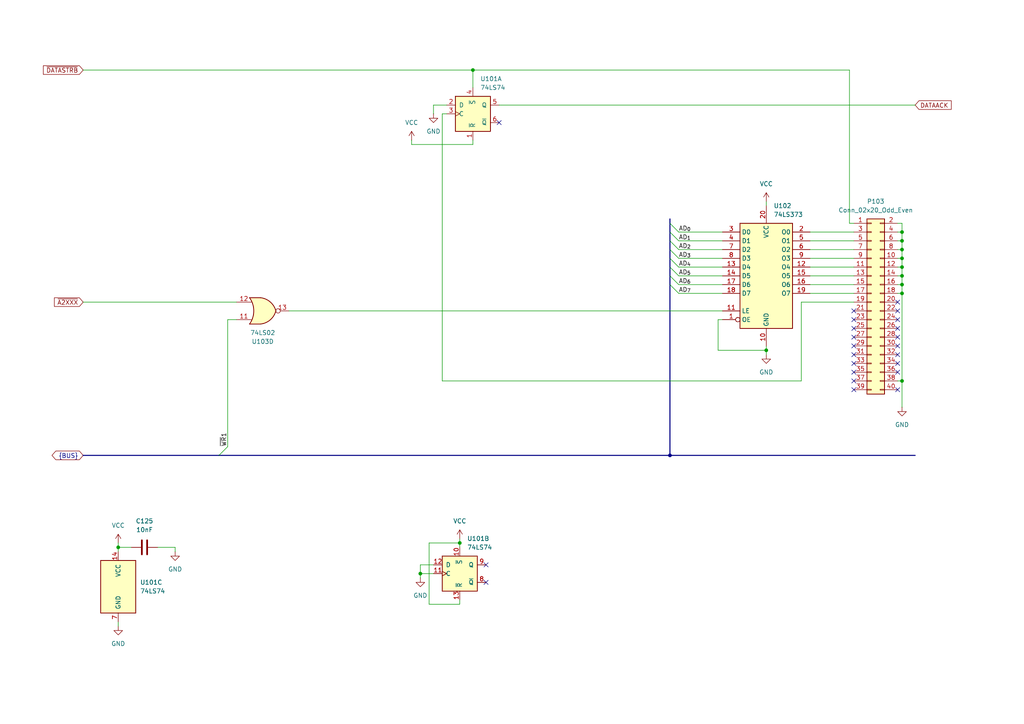
<source format=kicad_sch>
(kicad_sch
	(version 20250114)
	(generator "eeschema")
	(generator_version "9.0")
	(uuid "3c5dc1cf-7199-4287-92b3-5bd52d4db406")
	(paper "A4")
	(lib_symbols
		(symbol "74xx:74LS02"
			(pin_names
				(offset 1.016)
			)
			(exclude_from_sim no)
			(in_bom yes)
			(on_board yes)
			(property "Reference" "U"
				(at 0 1.27 0)
				(effects
					(font
						(size 1.27 1.27)
					)
				)
			)
			(property "Value" "74LS02"
				(at 0 -1.27 0)
				(effects
					(font
						(size 1.27 1.27)
					)
				)
			)
			(property "Footprint" ""
				(at 0 0 0)
				(effects
					(font
						(size 1.27 1.27)
					)
					(hide yes)
				)
			)
			(property "Datasheet" "http://www.ti.com/lit/gpn/sn74ls02"
				(at 0 0 0)
				(effects
					(font
						(size 1.27 1.27)
					)
					(hide yes)
				)
			)
			(property "Description" "quad 2-input NOR gate"
				(at 0 0 0)
				(effects
					(font
						(size 1.27 1.27)
					)
					(hide yes)
				)
			)
			(property "ki_locked" ""
				(at 0 0 0)
				(effects
					(font
						(size 1.27 1.27)
					)
				)
			)
			(property "ki_keywords" "TTL Nor2"
				(at 0 0 0)
				(effects
					(font
						(size 1.27 1.27)
					)
					(hide yes)
				)
			)
			(property "ki_fp_filters" "SO14* DIP*W7.62mm*"
				(at 0 0 0)
				(effects
					(font
						(size 1.27 1.27)
					)
					(hide yes)
				)
			)
			(symbol "74LS02_1_1"
				(arc
					(start -3.81 3.81)
					(mid -2.589 0)
					(end -3.81 -3.81)
					(stroke
						(width 0.254)
						(type default)
					)
					(fill
						(type none)
					)
				)
				(polyline
					(pts
						(xy -3.81 3.81) (xy -0.635 3.81)
					)
					(stroke
						(width 0.254)
						(type default)
					)
					(fill
						(type background)
					)
				)
				(polyline
					(pts
						(xy -3.81 -3.81) (xy -0.635 -3.81)
					)
					(stroke
						(width 0.254)
						(type default)
					)
					(fill
						(type background)
					)
				)
				(arc
					(start 3.81 0)
					(mid 2.1855 -2.584)
					(end -0.6096 -3.81)
					(stroke
						(width 0.254)
						(type default)
					)
					(fill
						(type background)
					)
				)
				(arc
					(start -0.6096 3.81)
					(mid 2.1928 2.5924)
					(end 3.81 0)
					(stroke
						(width 0.254)
						(type default)
					)
					(fill
						(type background)
					)
				)
				(polyline
					(pts
						(xy -0.635 3.81) (xy -3.81 3.81) (xy -3.81 3.81) (xy -3.556 3.4036) (xy -3.0226 2.2606) (xy -2.6924 1.0414)
						(xy -2.6162 -0.254) (xy -2.7686 -1.4986) (xy -3.175 -2.7178) (xy -3.81 -3.81) (xy -3.81 -3.81)
						(xy -0.635 -3.81)
					)
					(stroke
						(width -25.4)
						(type default)
					)
					(fill
						(type background)
					)
				)
				(pin input line
					(at -7.62 2.54 0)
					(length 4.318)
					(name "~"
						(effects
							(font
								(size 1.27 1.27)
							)
						)
					)
					(number "2"
						(effects
							(font
								(size 1.27 1.27)
							)
						)
					)
				)
				(pin input line
					(at -7.62 -2.54 0)
					(length 4.318)
					(name "~"
						(effects
							(font
								(size 1.27 1.27)
							)
						)
					)
					(number "3"
						(effects
							(font
								(size 1.27 1.27)
							)
						)
					)
				)
				(pin output inverted
					(at 7.62 0 180)
					(length 3.81)
					(name "~"
						(effects
							(font
								(size 1.27 1.27)
							)
						)
					)
					(number "1"
						(effects
							(font
								(size 1.27 1.27)
							)
						)
					)
				)
			)
			(symbol "74LS02_1_2"
				(arc
					(start 0 3.81)
					(mid 3.7934 0)
					(end 0 -3.81)
					(stroke
						(width 0.254)
						(type default)
					)
					(fill
						(type background)
					)
				)
				(polyline
					(pts
						(xy 0 3.81) (xy -3.81 3.81) (xy -3.81 -3.81) (xy 0 -3.81)
					)
					(stroke
						(width 0.254)
						(type default)
					)
					(fill
						(type background)
					)
				)
				(pin input inverted
					(at -7.62 2.54 0)
					(length 3.81)
					(name "~"
						(effects
							(font
								(size 1.27 1.27)
							)
						)
					)
					(number "2"
						(effects
							(font
								(size 1.27 1.27)
							)
						)
					)
				)
				(pin input inverted
					(at -7.62 -2.54 0)
					(length 3.81)
					(name "~"
						(effects
							(font
								(size 1.27 1.27)
							)
						)
					)
					(number "3"
						(effects
							(font
								(size 1.27 1.27)
							)
						)
					)
				)
				(pin output line
					(at 7.62 0 180)
					(length 3.81)
					(name "~"
						(effects
							(font
								(size 1.27 1.27)
							)
						)
					)
					(number "1"
						(effects
							(font
								(size 1.27 1.27)
							)
						)
					)
				)
			)
			(symbol "74LS02_2_1"
				(arc
					(start -3.81 3.81)
					(mid -2.589 0)
					(end -3.81 -3.81)
					(stroke
						(width 0.254)
						(type default)
					)
					(fill
						(type none)
					)
				)
				(polyline
					(pts
						(xy -3.81 3.81) (xy -0.635 3.81)
					)
					(stroke
						(width 0.254)
						(type default)
					)
					(fill
						(type background)
					)
				)
				(polyline
					(pts
						(xy -3.81 -3.81) (xy -0.635 -3.81)
					)
					(stroke
						(width 0.254)
						(type default)
					)
					(fill
						(type background)
					)
				)
				(arc
					(start 3.81 0)
					(mid 2.1855 -2.584)
					(end -0.6096 -3.81)
					(stroke
						(width 0.254)
						(type default)
					)
					(fill
						(type background)
					)
				)
				(arc
					(start -0.6096 3.81)
					(mid 2.1928 2.5924)
					(end 3.81 0)
					(stroke
						(width 0.254)
						(type default)
					)
					(fill
						(type background)
					)
				)
				(polyline
					(pts
						(xy -0.635 3.81) (xy -3.81 3.81) (xy -3.81 3.81) (xy -3.556 3.4036) (xy -3.0226 2.2606) (xy -2.6924 1.0414)
						(xy -2.6162 -0.254) (xy -2.7686 -1.4986) (xy -3.175 -2.7178) (xy -3.81 -3.81) (xy -3.81 -3.81)
						(xy -0.635 -3.81)
					)
					(stroke
						(width -25.4)
						(type default)
					)
					(fill
						(type background)
					)
				)
				(pin input line
					(at -7.62 2.54 0)
					(length 4.318)
					(name "~"
						(effects
							(font
								(size 1.27 1.27)
							)
						)
					)
					(number "5"
						(effects
							(font
								(size 1.27 1.27)
							)
						)
					)
				)
				(pin input line
					(at -7.62 -2.54 0)
					(length 4.318)
					(name "~"
						(effects
							(font
								(size 1.27 1.27)
							)
						)
					)
					(number "6"
						(effects
							(font
								(size 1.27 1.27)
							)
						)
					)
				)
				(pin output inverted
					(at 7.62 0 180)
					(length 3.81)
					(name "~"
						(effects
							(font
								(size 1.27 1.27)
							)
						)
					)
					(number "4"
						(effects
							(font
								(size 1.27 1.27)
							)
						)
					)
				)
			)
			(symbol "74LS02_2_2"
				(arc
					(start 0 3.81)
					(mid 3.7934 0)
					(end 0 -3.81)
					(stroke
						(width 0.254)
						(type default)
					)
					(fill
						(type background)
					)
				)
				(polyline
					(pts
						(xy 0 3.81) (xy -3.81 3.81) (xy -3.81 -3.81) (xy 0 -3.81)
					)
					(stroke
						(width 0.254)
						(type default)
					)
					(fill
						(type background)
					)
				)
				(pin input inverted
					(at -7.62 2.54 0)
					(length 3.81)
					(name "~"
						(effects
							(font
								(size 1.27 1.27)
							)
						)
					)
					(number "5"
						(effects
							(font
								(size 1.27 1.27)
							)
						)
					)
				)
				(pin input inverted
					(at -7.62 -2.54 0)
					(length 3.81)
					(name "~"
						(effects
							(font
								(size 1.27 1.27)
							)
						)
					)
					(number "6"
						(effects
							(font
								(size 1.27 1.27)
							)
						)
					)
				)
				(pin output line
					(at 7.62 0 180)
					(length 3.81)
					(name "~"
						(effects
							(font
								(size 1.27 1.27)
							)
						)
					)
					(number "4"
						(effects
							(font
								(size 1.27 1.27)
							)
						)
					)
				)
			)
			(symbol "74LS02_3_1"
				(arc
					(start -3.81 3.81)
					(mid -2.589 0)
					(end -3.81 -3.81)
					(stroke
						(width 0.254)
						(type default)
					)
					(fill
						(type none)
					)
				)
				(polyline
					(pts
						(xy -3.81 3.81) (xy -0.635 3.81)
					)
					(stroke
						(width 0.254)
						(type default)
					)
					(fill
						(type background)
					)
				)
				(polyline
					(pts
						(xy -3.81 -3.81) (xy -0.635 -3.81)
					)
					(stroke
						(width 0.254)
						(type default)
					)
					(fill
						(type background)
					)
				)
				(arc
					(start 3.81 0)
					(mid 2.1855 -2.584)
					(end -0.6096 -3.81)
					(stroke
						(width 0.254)
						(type default)
					)
					(fill
						(type background)
					)
				)
				(arc
					(start -0.6096 3.81)
					(mid 2.1928 2.5924)
					(end 3.81 0)
					(stroke
						(width 0.254)
						(type default)
					)
					(fill
						(type background)
					)
				)
				(polyline
					(pts
						(xy -0.635 3.81) (xy -3.81 3.81) (xy -3.81 3.81) (xy -3.556 3.4036) (xy -3.0226 2.2606) (xy -2.6924 1.0414)
						(xy -2.6162 -0.254) (xy -2.7686 -1.4986) (xy -3.175 -2.7178) (xy -3.81 -3.81) (xy -3.81 -3.81)
						(xy -0.635 -3.81)
					)
					(stroke
						(width -25.4)
						(type default)
					)
					(fill
						(type background)
					)
				)
				(pin input line
					(at -7.62 2.54 0)
					(length 4.318)
					(name "~"
						(effects
							(font
								(size 1.27 1.27)
							)
						)
					)
					(number "8"
						(effects
							(font
								(size 1.27 1.27)
							)
						)
					)
				)
				(pin input line
					(at -7.62 -2.54 0)
					(length 4.318)
					(name "~"
						(effects
							(font
								(size 1.27 1.27)
							)
						)
					)
					(number "9"
						(effects
							(font
								(size 1.27 1.27)
							)
						)
					)
				)
				(pin output inverted
					(at 7.62 0 180)
					(length 3.81)
					(name "~"
						(effects
							(font
								(size 1.27 1.27)
							)
						)
					)
					(number "10"
						(effects
							(font
								(size 1.27 1.27)
							)
						)
					)
				)
			)
			(symbol "74LS02_3_2"
				(arc
					(start 0 3.81)
					(mid 3.7934 0)
					(end 0 -3.81)
					(stroke
						(width 0.254)
						(type default)
					)
					(fill
						(type background)
					)
				)
				(polyline
					(pts
						(xy 0 3.81) (xy -3.81 3.81) (xy -3.81 -3.81) (xy 0 -3.81)
					)
					(stroke
						(width 0.254)
						(type default)
					)
					(fill
						(type background)
					)
				)
				(pin input inverted
					(at -7.62 2.54 0)
					(length 3.81)
					(name "~"
						(effects
							(font
								(size 1.27 1.27)
							)
						)
					)
					(number "8"
						(effects
							(font
								(size 1.27 1.27)
							)
						)
					)
				)
				(pin input inverted
					(at -7.62 -2.54 0)
					(length 3.81)
					(name "~"
						(effects
							(font
								(size 1.27 1.27)
							)
						)
					)
					(number "9"
						(effects
							(font
								(size 1.27 1.27)
							)
						)
					)
				)
				(pin output line
					(at 7.62 0 180)
					(length 3.81)
					(name "~"
						(effects
							(font
								(size 1.27 1.27)
							)
						)
					)
					(number "10"
						(effects
							(font
								(size 1.27 1.27)
							)
						)
					)
				)
			)
			(symbol "74LS02_4_1"
				(arc
					(start -3.81 3.81)
					(mid -2.589 0)
					(end -3.81 -3.81)
					(stroke
						(width 0.254)
						(type default)
					)
					(fill
						(type none)
					)
				)
				(polyline
					(pts
						(xy -3.81 3.81) (xy -0.635 3.81)
					)
					(stroke
						(width 0.254)
						(type default)
					)
					(fill
						(type background)
					)
				)
				(polyline
					(pts
						(xy -3.81 -3.81) (xy -0.635 -3.81)
					)
					(stroke
						(width 0.254)
						(type default)
					)
					(fill
						(type background)
					)
				)
				(arc
					(start 3.81 0)
					(mid 2.1855 -2.584)
					(end -0.6096 -3.81)
					(stroke
						(width 0.254)
						(type default)
					)
					(fill
						(type background)
					)
				)
				(arc
					(start -0.6096 3.81)
					(mid 2.1928 2.5924)
					(end 3.81 0)
					(stroke
						(width 0.254)
						(type default)
					)
					(fill
						(type background)
					)
				)
				(polyline
					(pts
						(xy -0.635 3.81) (xy -3.81 3.81) (xy -3.81 3.81) (xy -3.556 3.4036) (xy -3.0226 2.2606) (xy -2.6924 1.0414)
						(xy -2.6162 -0.254) (xy -2.7686 -1.4986) (xy -3.175 -2.7178) (xy -3.81 -3.81) (xy -3.81 -3.81)
						(xy -0.635 -3.81)
					)
					(stroke
						(width -25.4)
						(type default)
					)
					(fill
						(type background)
					)
				)
				(pin input line
					(at -7.62 2.54 0)
					(length 4.318)
					(name "~"
						(effects
							(font
								(size 1.27 1.27)
							)
						)
					)
					(number "11"
						(effects
							(font
								(size 1.27 1.27)
							)
						)
					)
				)
				(pin input line
					(at -7.62 -2.54 0)
					(length 4.318)
					(name "~"
						(effects
							(font
								(size 1.27 1.27)
							)
						)
					)
					(number "12"
						(effects
							(font
								(size 1.27 1.27)
							)
						)
					)
				)
				(pin output inverted
					(at 7.62 0 180)
					(length 3.81)
					(name "~"
						(effects
							(font
								(size 1.27 1.27)
							)
						)
					)
					(number "13"
						(effects
							(font
								(size 1.27 1.27)
							)
						)
					)
				)
			)
			(symbol "74LS02_4_2"
				(arc
					(start 0 3.81)
					(mid 3.7934 0)
					(end 0 -3.81)
					(stroke
						(width 0.254)
						(type default)
					)
					(fill
						(type background)
					)
				)
				(polyline
					(pts
						(xy 0 3.81) (xy -3.81 3.81) (xy -3.81 -3.81) (xy 0 -3.81)
					)
					(stroke
						(width 0.254)
						(type default)
					)
					(fill
						(type background)
					)
				)
				(pin input inverted
					(at -7.62 2.54 0)
					(length 3.81)
					(name "~"
						(effects
							(font
								(size 1.27 1.27)
							)
						)
					)
					(number "11"
						(effects
							(font
								(size 1.27 1.27)
							)
						)
					)
				)
				(pin input inverted
					(at -7.62 -2.54 0)
					(length 3.81)
					(name "~"
						(effects
							(font
								(size 1.27 1.27)
							)
						)
					)
					(number "12"
						(effects
							(font
								(size 1.27 1.27)
							)
						)
					)
				)
				(pin output line
					(at 7.62 0 180)
					(length 3.81)
					(name "~"
						(effects
							(font
								(size 1.27 1.27)
							)
						)
					)
					(number "13"
						(effects
							(font
								(size 1.27 1.27)
							)
						)
					)
				)
			)
			(symbol "74LS02_5_0"
				(pin power_in line
					(at 0 12.7 270)
					(length 5.08)
					(name "VCC"
						(effects
							(font
								(size 1.27 1.27)
							)
						)
					)
					(number "14"
						(effects
							(font
								(size 1.27 1.27)
							)
						)
					)
				)
				(pin power_in line
					(at 0 -12.7 90)
					(length 5.08)
					(name "GND"
						(effects
							(font
								(size 1.27 1.27)
							)
						)
					)
					(number "7"
						(effects
							(font
								(size 1.27 1.27)
							)
						)
					)
				)
			)
			(symbol "74LS02_5_1"
				(rectangle
					(start -5.08 7.62)
					(end 5.08 -7.62)
					(stroke
						(width 0.254)
						(type default)
					)
					(fill
						(type background)
					)
				)
			)
			(embedded_fonts no)
		)
		(symbol "74xx:74LS373"
			(exclude_from_sim no)
			(in_bom yes)
			(on_board yes)
			(property "Reference" "U"
				(at -7.62 16.51 0)
				(effects
					(font
						(size 1.27 1.27)
					)
				)
			)
			(property "Value" "74LS373"
				(at -7.62 -16.51 0)
				(effects
					(font
						(size 1.27 1.27)
					)
				)
			)
			(property "Footprint" ""
				(at 0 0 0)
				(effects
					(font
						(size 1.27 1.27)
					)
					(hide yes)
				)
			)
			(property "Datasheet" "http://www.ti.com/lit/gpn/sn74LS373"
				(at 0 0 0)
				(effects
					(font
						(size 1.27 1.27)
					)
					(hide yes)
				)
			)
			(property "Description" "8-bit Latch, 3-state outputs"
				(at 0 0 0)
				(effects
					(font
						(size 1.27 1.27)
					)
					(hide yes)
				)
			)
			(property "ki_keywords" "TTL REG DFF DFF8 LATCH"
				(at 0 0 0)
				(effects
					(font
						(size 1.27 1.27)
					)
					(hide yes)
				)
			)
			(property "ki_fp_filters" "DIP?20* SOIC?20* SO?20* SSOP?20* TSSOP?20*"
				(at 0 0 0)
				(effects
					(font
						(size 1.27 1.27)
					)
					(hide yes)
				)
			)
			(symbol "74LS373_1_0"
				(pin input line
					(at -12.7 12.7 0)
					(length 5.08)
					(name "D0"
						(effects
							(font
								(size 1.27 1.27)
							)
						)
					)
					(number "3"
						(effects
							(font
								(size 1.27 1.27)
							)
						)
					)
				)
				(pin input line
					(at -12.7 10.16 0)
					(length 5.08)
					(name "D1"
						(effects
							(font
								(size 1.27 1.27)
							)
						)
					)
					(number "4"
						(effects
							(font
								(size 1.27 1.27)
							)
						)
					)
				)
				(pin input line
					(at -12.7 7.62 0)
					(length 5.08)
					(name "D2"
						(effects
							(font
								(size 1.27 1.27)
							)
						)
					)
					(number "7"
						(effects
							(font
								(size 1.27 1.27)
							)
						)
					)
				)
				(pin input line
					(at -12.7 5.08 0)
					(length 5.08)
					(name "D3"
						(effects
							(font
								(size 1.27 1.27)
							)
						)
					)
					(number "8"
						(effects
							(font
								(size 1.27 1.27)
							)
						)
					)
				)
				(pin input line
					(at -12.7 2.54 0)
					(length 5.08)
					(name "D4"
						(effects
							(font
								(size 1.27 1.27)
							)
						)
					)
					(number "13"
						(effects
							(font
								(size 1.27 1.27)
							)
						)
					)
				)
				(pin input line
					(at -12.7 0 0)
					(length 5.08)
					(name "D5"
						(effects
							(font
								(size 1.27 1.27)
							)
						)
					)
					(number "14"
						(effects
							(font
								(size 1.27 1.27)
							)
						)
					)
				)
				(pin input line
					(at -12.7 -2.54 0)
					(length 5.08)
					(name "D6"
						(effects
							(font
								(size 1.27 1.27)
							)
						)
					)
					(number "17"
						(effects
							(font
								(size 1.27 1.27)
							)
						)
					)
				)
				(pin input line
					(at -12.7 -5.08 0)
					(length 5.08)
					(name "D7"
						(effects
							(font
								(size 1.27 1.27)
							)
						)
					)
					(number "18"
						(effects
							(font
								(size 1.27 1.27)
							)
						)
					)
				)
				(pin input line
					(at -12.7 -10.16 0)
					(length 5.08)
					(name "LE"
						(effects
							(font
								(size 1.27 1.27)
							)
						)
					)
					(number "11"
						(effects
							(font
								(size 1.27 1.27)
							)
						)
					)
				)
				(pin input inverted
					(at -12.7 -12.7 0)
					(length 5.08)
					(name "OE"
						(effects
							(font
								(size 1.27 1.27)
							)
						)
					)
					(number "1"
						(effects
							(font
								(size 1.27 1.27)
							)
						)
					)
				)
				(pin power_in line
					(at 0 20.32 270)
					(length 5.08)
					(name "VCC"
						(effects
							(font
								(size 1.27 1.27)
							)
						)
					)
					(number "20"
						(effects
							(font
								(size 1.27 1.27)
							)
						)
					)
				)
				(pin power_in line
					(at 0 -20.32 90)
					(length 5.08)
					(name "GND"
						(effects
							(font
								(size 1.27 1.27)
							)
						)
					)
					(number "10"
						(effects
							(font
								(size 1.27 1.27)
							)
						)
					)
				)
				(pin tri_state line
					(at 12.7 12.7 180)
					(length 5.08)
					(name "O0"
						(effects
							(font
								(size 1.27 1.27)
							)
						)
					)
					(number "2"
						(effects
							(font
								(size 1.27 1.27)
							)
						)
					)
				)
				(pin tri_state line
					(at 12.7 10.16 180)
					(length 5.08)
					(name "O1"
						(effects
							(font
								(size 1.27 1.27)
							)
						)
					)
					(number "5"
						(effects
							(font
								(size 1.27 1.27)
							)
						)
					)
				)
				(pin tri_state line
					(at 12.7 7.62 180)
					(length 5.08)
					(name "O2"
						(effects
							(font
								(size 1.27 1.27)
							)
						)
					)
					(number "6"
						(effects
							(font
								(size 1.27 1.27)
							)
						)
					)
				)
				(pin tri_state line
					(at 12.7 5.08 180)
					(length 5.08)
					(name "O3"
						(effects
							(font
								(size 1.27 1.27)
							)
						)
					)
					(number "9"
						(effects
							(font
								(size 1.27 1.27)
							)
						)
					)
				)
				(pin tri_state line
					(at 12.7 2.54 180)
					(length 5.08)
					(name "O4"
						(effects
							(font
								(size 1.27 1.27)
							)
						)
					)
					(number "12"
						(effects
							(font
								(size 1.27 1.27)
							)
						)
					)
				)
				(pin tri_state line
					(at 12.7 0 180)
					(length 5.08)
					(name "O5"
						(effects
							(font
								(size 1.27 1.27)
							)
						)
					)
					(number "15"
						(effects
							(font
								(size 1.27 1.27)
							)
						)
					)
				)
				(pin tri_state line
					(at 12.7 -2.54 180)
					(length 5.08)
					(name "O6"
						(effects
							(font
								(size 1.27 1.27)
							)
						)
					)
					(number "16"
						(effects
							(font
								(size 1.27 1.27)
							)
						)
					)
				)
				(pin tri_state line
					(at 12.7 -5.08 180)
					(length 5.08)
					(name "O7"
						(effects
							(font
								(size 1.27 1.27)
							)
						)
					)
					(number "19"
						(effects
							(font
								(size 1.27 1.27)
							)
						)
					)
				)
			)
			(symbol "74LS373_1_1"
				(rectangle
					(start -7.62 15.24)
					(end 7.62 -15.24)
					(stroke
						(width 0.254)
						(type default)
					)
					(fill
						(type background)
					)
				)
			)
			(embedded_fonts no)
		)
		(symbol "74xx:74LS74"
			(pin_names
				(offset 1.016)
			)
			(exclude_from_sim no)
			(in_bom yes)
			(on_board yes)
			(property "Reference" "U"
				(at -7.62 8.89 0)
				(effects
					(font
						(size 1.27 1.27)
					)
				)
			)
			(property "Value" "74LS74"
				(at -7.62 -8.89 0)
				(effects
					(font
						(size 1.27 1.27)
					)
				)
			)
			(property "Footprint" ""
				(at 0 0 0)
				(effects
					(font
						(size 1.27 1.27)
					)
					(hide yes)
				)
			)
			(property "Datasheet" "74xx/74hc_hct74.pdf"
				(at 0 0 0)
				(effects
					(font
						(size 1.27 1.27)
					)
					(hide yes)
				)
			)
			(property "Description" "Dual D Flip-flop, Set & Reset"
				(at 0 0 0)
				(effects
					(font
						(size 1.27 1.27)
					)
					(hide yes)
				)
			)
			(property "ki_locked" ""
				(at 0 0 0)
				(effects
					(font
						(size 1.27 1.27)
					)
				)
			)
			(property "ki_keywords" "TTL DFF"
				(at 0 0 0)
				(effects
					(font
						(size 1.27 1.27)
					)
					(hide yes)
				)
			)
			(property "ki_fp_filters" "DIP*W7.62mm*"
				(at 0 0 0)
				(effects
					(font
						(size 1.27 1.27)
					)
					(hide yes)
				)
			)
			(symbol "74LS74_1_0"
				(pin input line
					(at -7.62 2.54 0)
					(length 2.54)
					(name "D"
						(effects
							(font
								(size 1.27 1.27)
							)
						)
					)
					(number "2"
						(effects
							(font
								(size 1.27 1.27)
							)
						)
					)
				)
				(pin input clock
					(at -7.62 0 0)
					(length 2.54)
					(name "C"
						(effects
							(font
								(size 1.27 1.27)
							)
						)
					)
					(number "3"
						(effects
							(font
								(size 1.27 1.27)
							)
						)
					)
				)
				(pin input line
					(at 0 7.62 270)
					(length 2.54)
					(name "~{S}"
						(effects
							(font
								(size 1.27 1.27)
							)
						)
					)
					(number "4"
						(effects
							(font
								(size 1.27 1.27)
							)
						)
					)
				)
				(pin input line
					(at 0 -7.62 90)
					(length 2.54)
					(name "~{R}"
						(effects
							(font
								(size 1.27 1.27)
							)
						)
					)
					(number "1"
						(effects
							(font
								(size 1.27 1.27)
							)
						)
					)
				)
				(pin output line
					(at 7.62 2.54 180)
					(length 2.54)
					(name "Q"
						(effects
							(font
								(size 1.27 1.27)
							)
						)
					)
					(number "5"
						(effects
							(font
								(size 1.27 1.27)
							)
						)
					)
				)
				(pin output line
					(at 7.62 -2.54 180)
					(length 2.54)
					(name "~{Q}"
						(effects
							(font
								(size 1.27 1.27)
							)
						)
					)
					(number "6"
						(effects
							(font
								(size 1.27 1.27)
							)
						)
					)
				)
			)
			(symbol "74LS74_1_1"
				(rectangle
					(start -5.08 5.08)
					(end 5.08 -5.08)
					(stroke
						(width 0.254)
						(type default)
					)
					(fill
						(type background)
					)
				)
			)
			(symbol "74LS74_2_0"
				(pin input line
					(at -7.62 2.54 0)
					(length 2.54)
					(name "D"
						(effects
							(font
								(size 1.27 1.27)
							)
						)
					)
					(number "12"
						(effects
							(font
								(size 1.27 1.27)
							)
						)
					)
				)
				(pin input clock
					(at -7.62 0 0)
					(length 2.54)
					(name "C"
						(effects
							(font
								(size 1.27 1.27)
							)
						)
					)
					(number "11"
						(effects
							(font
								(size 1.27 1.27)
							)
						)
					)
				)
				(pin input line
					(at 0 7.62 270)
					(length 2.54)
					(name "~{S}"
						(effects
							(font
								(size 1.27 1.27)
							)
						)
					)
					(number "10"
						(effects
							(font
								(size 1.27 1.27)
							)
						)
					)
				)
				(pin input line
					(at 0 -7.62 90)
					(length 2.54)
					(name "~{R}"
						(effects
							(font
								(size 1.27 1.27)
							)
						)
					)
					(number "13"
						(effects
							(font
								(size 1.27 1.27)
							)
						)
					)
				)
				(pin output line
					(at 7.62 2.54 180)
					(length 2.54)
					(name "Q"
						(effects
							(font
								(size 1.27 1.27)
							)
						)
					)
					(number "9"
						(effects
							(font
								(size 1.27 1.27)
							)
						)
					)
				)
				(pin output line
					(at 7.62 -2.54 180)
					(length 2.54)
					(name "~{Q}"
						(effects
							(font
								(size 1.27 1.27)
							)
						)
					)
					(number "8"
						(effects
							(font
								(size 1.27 1.27)
							)
						)
					)
				)
			)
			(symbol "74LS74_2_1"
				(rectangle
					(start -5.08 5.08)
					(end 5.08 -5.08)
					(stroke
						(width 0.254)
						(type default)
					)
					(fill
						(type background)
					)
				)
			)
			(symbol "74LS74_3_0"
				(pin power_in line
					(at 0 10.16 270)
					(length 2.54)
					(name "VCC"
						(effects
							(font
								(size 1.27 1.27)
							)
						)
					)
					(number "14"
						(effects
							(font
								(size 1.27 1.27)
							)
						)
					)
				)
				(pin power_in line
					(at 0 -10.16 90)
					(length 2.54)
					(name "GND"
						(effects
							(font
								(size 1.27 1.27)
							)
						)
					)
					(number "7"
						(effects
							(font
								(size 1.27 1.27)
							)
						)
					)
				)
			)
			(symbol "74LS74_3_1"
				(rectangle
					(start -5.08 7.62)
					(end 5.08 -7.62)
					(stroke
						(width 0.254)
						(type default)
					)
					(fill
						(type background)
					)
				)
			)
			(embedded_fonts no)
		)
		(symbol "Connector_Generic:Conn_02x20_Odd_Even"
			(pin_names
				(offset 1.016)
				(hide yes)
			)
			(exclude_from_sim no)
			(in_bom yes)
			(on_board yes)
			(property "Reference" "J"
				(at 1.27 25.4 0)
				(effects
					(font
						(size 1.27 1.27)
					)
				)
			)
			(property "Value" "Conn_02x20_Odd_Even"
				(at 1.27 -27.94 0)
				(effects
					(font
						(size 1.27 1.27)
					)
				)
			)
			(property "Footprint" ""
				(at 0 0 0)
				(effects
					(font
						(size 1.27 1.27)
					)
					(hide yes)
				)
			)
			(property "Datasheet" "~"
				(at 0 0 0)
				(effects
					(font
						(size 1.27 1.27)
					)
					(hide yes)
				)
			)
			(property "Description" "Generic connector, double row, 02x20, odd/even pin numbering scheme (row 1 odd numbers, row 2 even numbers), script generated (kicad-library-utils/schlib/autogen/connector/)"
				(at 0 0 0)
				(effects
					(font
						(size 1.27 1.27)
					)
					(hide yes)
				)
			)
			(property "ki_keywords" "connector"
				(at 0 0 0)
				(effects
					(font
						(size 1.27 1.27)
					)
					(hide yes)
				)
			)
			(property "ki_fp_filters" "Connector*:*_2x??_*"
				(at 0 0 0)
				(effects
					(font
						(size 1.27 1.27)
					)
					(hide yes)
				)
			)
			(symbol "Conn_02x20_Odd_Even_1_1"
				(rectangle
					(start -1.27 24.13)
					(end 3.81 -26.67)
					(stroke
						(width 0.254)
						(type default)
					)
					(fill
						(type background)
					)
				)
				(rectangle
					(start -1.27 22.987)
					(end 0 22.733)
					(stroke
						(width 0.1524)
						(type default)
					)
					(fill
						(type none)
					)
				)
				(rectangle
					(start -1.27 20.447)
					(end 0 20.193)
					(stroke
						(width 0.1524)
						(type default)
					)
					(fill
						(type none)
					)
				)
				(rectangle
					(start -1.27 17.907)
					(end 0 17.653)
					(stroke
						(width 0.1524)
						(type default)
					)
					(fill
						(type none)
					)
				)
				(rectangle
					(start -1.27 15.367)
					(end 0 15.113)
					(stroke
						(width 0.1524)
						(type default)
					)
					(fill
						(type none)
					)
				)
				(rectangle
					(start -1.27 12.827)
					(end 0 12.573)
					(stroke
						(width 0.1524)
						(type default)
					)
					(fill
						(type none)
					)
				)
				(rectangle
					(start -1.27 10.287)
					(end 0 10.033)
					(stroke
						(width 0.1524)
						(type default)
					)
					(fill
						(type none)
					)
				)
				(rectangle
					(start -1.27 7.747)
					(end 0 7.493)
					(stroke
						(width 0.1524)
						(type default)
					)
					(fill
						(type none)
					)
				)
				(rectangle
					(start -1.27 5.207)
					(end 0 4.953)
					(stroke
						(width 0.1524)
						(type default)
					)
					(fill
						(type none)
					)
				)
				(rectangle
					(start -1.27 2.667)
					(end 0 2.413)
					(stroke
						(width 0.1524)
						(type default)
					)
					(fill
						(type none)
					)
				)
				(rectangle
					(start -1.27 0.127)
					(end 0 -0.127)
					(stroke
						(width 0.1524)
						(type default)
					)
					(fill
						(type none)
					)
				)
				(rectangle
					(start -1.27 -2.413)
					(end 0 -2.667)
					(stroke
						(width 0.1524)
						(type default)
					)
					(fill
						(type none)
					)
				)
				(rectangle
					(start -1.27 -4.953)
					(end 0 -5.207)
					(stroke
						(width 0.1524)
						(type default)
					)
					(fill
						(type none)
					)
				)
				(rectangle
					(start -1.27 -7.493)
					(end 0 -7.747)
					(stroke
						(width 0.1524)
						(type default)
					)
					(fill
						(type none)
					)
				)
				(rectangle
					(start -1.27 -10.033)
					(end 0 -10.287)
					(stroke
						(width 0.1524)
						(type default)
					)
					(fill
						(type none)
					)
				)
				(rectangle
					(start -1.27 -12.573)
					(end 0 -12.827)
					(stroke
						(width 0.1524)
						(type default)
					)
					(fill
						(type none)
					)
				)
				(rectangle
					(start -1.27 -15.113)
					(end 0 -15.367)
					(stroke
						(width 0.1524)
						(type default)
					)
					(fill
						(type none)
					)
				)
				(rectangle
					(start -1.27 -17.653)
					(end 0 -17.907)
					(stroke
						(width 0.1524)
						(type default)
					)
					(fill
						(type none)
					)
				)
				(rectangle
					(start -1.27 -20.193)
					(end 0 -20.447)
					(stroke
						(width 0.1524)
						(type default)
					)
					(fill
						(type none)
					)
				)
				(rectangle
					(start -1.27 -22.733)
					(end 0 -22.987)
					(stroke
						(width 0.1524)
						(type default)
					)
					(fill
						(type none)
					)
				)
				(rectangle
					(start -1.27 -25.273)
					(end 0 -25.527)
					(stroke
						(width 0.1524)
						(type default)
					)
					(fill
						(type none)
					)
				)
				(rectangle
					(start 3.81 22.987)
					(end 2.54 22.733)
					(stroke
						(width 0.1524)
						(type default)
					)
					(fill
						(type none)
					)
				)
				(rectangle
					(start 3.81 20.447)
					(end 2.54 20.193)
					(stroke
						(width 0.1524)
						(type default)
					)
					(fill
						(type none)
					)
				)
				(rectangle
					(start 3.81 17.907)
					(end 2.54 17.653)
					(stroke
						(width 0.1524)
						(type default)
					)
					(fill
						(type none)
					)
				)
				(rectangle
					(start 3.81 15.367)
					(end 2.54 15.113)
					(stroke
						(width 0.1524)
						(type default)
					)
					(fill
						(type none)
					)
				)
				(rectangle
					(start 3.81 12.827)
					(end 2.54 12.573)
					(stroke
						(width 0.1524)
						(type default)
					)
					(fill
						(type none)
					)
				)
				(rectangle
					(start 3.81 10.287)
					(end 2.54 10.033)
					(stroke
						(width 0.1524)
						(type default)
					)
					(fill
						(type none)
					)
				)
				(rectangle
					(start 3.81 7.747)
					(end 2.54 7.493)
					(stroke
						(width 0.1524)
						(type default)
					)
					(fill
						(type none)
					)
				)
				(rectangle
					(start 3.81 5.207)
					(end 2.54 4.953)
					(stroke
						(width 0.1524)
						(type default)
					)
					(fill
						(type none)
					)
				)
				(rectangle
					(start 3.81 2.667)
					(end 2.54 2.413)
					(stroke
						(width 0.1524)
						(type default)
					)
					(fill
						(type none)
					)
				)
				(rectangle
					(start 3.81 0.127)
					(end 2.54 -0.127)
					(stroke
						(width 0.1524)
						(type default)
					)
					(fill
						(type none)
					)
				)
				(rectangle
					(start 3.81 -2.413)
					(end 2.54 -2.667)
					(stroke
						(width 0.1524)
						(type default)
					)
					(fill
						(type none)
					)
				)
				(rectangle
					(start 3.81 -4.953)
					(end 2.54 -5.207)
					(stroke
						(width 0.1524)
						(type default)
					)
					(fill
						(type none)
					)
				)
				(rectangle
					(start 3.81 -7.493)
					(end 2.54 -7.747)
					(stroke
						(width 0.1524)
						(type default)
					)
					(fill
						(type none)
					)
				)
				(rectangle
					(start 3.81 -10.033)
					(end 2.54 -10.287)
					(stroke
						(width 0.1524)
						(type default)
					)
					(fill
						(type none)
					)
				)
				(rectangle
					(start 3.81 -12.573)
					(end 2.54 -12.827)
					(stroke
						(width 0.1524)
						(type default)
					)
					(fill
						(type none)
					)
				)
				(rectangle
					(start 3.81 -15.113)
					(end 2.54 -15.367)
					(stroke
						(width 0.1524)
						(type default)
					)
					(fill
						(type none)
					)
				)
				(rectangle
					(start 3.81 -17.653)
					(end 2.54 -17.907)
					(stroke
						(width 0.1524)
						(type default)
					)
					(fill
						(type none)
					)
				)
				(rectangle
					(start 3.81 -20.193)
					(end 2.54 -20.447)
					(stroke
						(width 0.1524)
						(type default)
					)
					(fill
						(type none)
					)
				)
				(rectangle
					(start 3.81 -22.733)
					(end 2.54 -22.987)
					(stroke
						(width 0.1524)
						(type default)
					)
					(fill
						(type none)
					)
				)
				(rectangle
					(start 3.81 -25.273)
					(end 2.54 -25.527)
					(stroke
						(width 0.1524)
						(type default)
					)
					(fill
						(type none)
					)
				)
				(pin passive line
					(at -5.08 22.86 0)
					(length 3.81)
					(name "Pin_1"
						(effects
							(font
								(size 1.27 1.27)
							)
						)
					)
					(number "1"
						(effects
							(font
								(size 1.27 1.27)
							)
						)
					)
				)
				(pin passive line
					(at -5.08 20.32 0)
					(length 3.81)
					(name "Pin_3"
						(effects
							(font
								(size 1.27 1.27)
							)
						)
					)
					(number "3"
						(effects
							(font
								(size 1.27 1.27)
							)
						)
					)
				)
				(pin passive line
					(at -5.08 17.78 0)
					(length 3.81)
					(name "Pin_5"
						(effects
							(font
								(size 1.27 1.27)
							)
						)
					)
					(number "5"
						(effects
							(font
								(size 1.27 1.27)
							)
						)
					)
				)
				(pin passive line
					(at -5.08 15.24 0)
					(length 3.81)
					(name "Pin_7"
						(effects
							(font
								(size 1.27 1.27)
							)
						)
					)
					(number "7"
						(effects
							(font
								(size 1.27 1.27)
							)
						)
					)
				)
				(pin passive line
					(at -5.08 12.7 0)
					(length 3.81)
					(name "Pin_9"
						(effects
							(font
								(size 1.27 1.27)
							)
						)
					)
					(number "9"
						(effects
							(font
								(size 1.27 1.27)
							)
						)
					)
				)
				(pin passive line
					(at -5.08 10.16 0)
					(length 3.81)
					(name "Pin_11"
						(effects
							(font
								(size 1.27 1.27)
							)
						)
					)
					(number "11"
						(effects
							(font
								(size 1.27 1.27)
							)
						)
					)
				)
				(pin passive line
					(at -5.08 7.62 0)
					(length 3.81)
					(name "Pin_13"
						(effects
							(font
								(size 1.27 1.27)
							)
						)
					)
					(number "13"
						(effects
							(font
								(size 1.27 1.27)
							)
						)
					)
				)
				(pin passive line
					(at -5.08 5.08 0)
					(length 3.81)
					(name "Pin_15"
						(effects
							(font
								(size 1.27 1.27)
							)
						)
					)
					(number "15"
						(effects
							(font
								(size 1.27 1.27)
							)
						)
					)
				)
				(pin passive line
					(at -5.08 2.54 0)
					(length 3.81)
					(name "Pin_17"
						(effects
							(font
								(size 1.27 1.27)
							)
						)
					)
					(number "17"
						(effects
							(font
								(size 1.27 1.27)
							)
						)
					)
				)
				(pin passive line
					(at -5.08 0 0)
					(length 3.81)
					(name "Pin_19"
						(effects
							(font
								(size 1.27 1.27)
							)
						)
					)
					(number "19"
						(effects
							(font
								(size 1.27 1.27)
							)
						)
					)
				)
				(pin passive line
					(at -5.08 -2.54 0)
					(length 3.81)
					(name "Pin_21"
						(effects
							(font
								(size 1.27 1.27)
							)
						)
					)
					(number "21"
						(effects
							(font
								(size 1.27 1.27)
							)
						)
					)
				)
				(pin passive line
					(at -5.08 -5.08 0)
					(length 3.81)
					(name "Pin_23"
						(effects
							(font
								(size 1.27 1.27)
							)
						)
					)
					(number "23"
						(effects
							(font
								(size 1.27 1.27)
							)
						)
					)
				)
				(pin passive line
					(at -5.08 -7.62 0)
					(length 3.81)
					(name "Pin_25"
						(effects
							(font
								(size 1.27 1.27)
							)
						)
					)
					(number "25"
						(effects
							(font
								(size 1.27 1.27)
							)
						)
					)
				)
				(pin passive line
					(at -5.08 -10.16 0)
					(length 3.81)
					(name "Pin_27"
						(effects
							(font
								(size 1.27 1.27)
							)
						)
					)
					(number "27"
						(effects
							(font
								(size 1.27 1.27)
							)
						)
					)
				)
				(pin passive line
					(at -5.08 -12.7 0)
					(length 3.81)
					(name "Pin_29"
						(effects
							(font
								(size 1.27 1.27)
							)
						)
					)
					(number "29"
						(effects
							(font
								(size 1.27 1.27)
							)
						)
					)
				)
				(pin passive line
					(at -5.08 -15.24 0)
					(length 3.81)
					(name "Pin_31"
						(effects
							(font
								(size 1.27 1.27)
							)
						)
					)
					(number "31"
						(effects
							(font
								(size 1.27 1.27)
							)
						)
					)
				)
				(pin passive line
					(at -5.08 -17.78 0)
					(length 3.81)
					(name "Pin_33"
						(effects
							(font
								(size 1.27 1.27)
							)
						)
					)
					(number "33"
						(effects
							(font
								(size 1.27 1.27)
							)
						)
					)
				)
				(pin passive line
					(at -5.08 -20.32 0)
					(length 3.81)
					(name "Pin_35"
						(effects
							(font
								(size 1.27 1.27)
							)
						)
					)
					(number "35"
						(effects
							(font
								(size 1.27 1.27)
							)
						)
					)
				)
				(pin passive line
					(at -5.08 -22.86 0)
					(length 3.81)
					(name "Pin_37"
						(effects
							(font
								(size 1.27 1.27)
							)
						)
					)
					(number "37"
						(effects
							(font
								(size 1.27 1.27)
							)
						)
					)
				)
				(pin passive line
					(at -5.08 -25.4 0)
					(length 3.81)
					(name "Pin_39"
						(effects
							(font
								(size 1.27 1.27)
							)
						)
					)
					(number "39"
						(effects
							(font
								(size 1.27 1.27)
							)
						)
					)
				)
				(pin passive line
					(at 7.62 22.86 180)
					(length 3.81)
					(name "Pin_2"
						(effects
							(font
								(size 1.27 1.27)
							)
						)
					)
					(number "2"
						(effects
							(font
								(size 1.27 1.27)
							)
						)
					)
				)
				(pin passive line
					(at 7.62 20.32 180)
					(length 3.81)
					(name "Pin_4"
						(effects
							(font
								(size 1.27 1.27)
							)
						)
					)
					(number "4"
						(effects
							(font
								(size 1.27 1.27)
							)
						)
					)
				)
				(pin passive line
					(at 7.62 17.78 180)
					(length 3.81)
					(name "Pin_6"
						(effects
							(font
								(size 1.27 1.27)
							)
						)
					)
					(number "6"
						(effects
							(font
								(size 1.27 1.27)
							)
						)
					)
				)
				(pin passive line
					(at 7.62 15.24 180)
					(length 3.81)
					(name "Pin_8"
						(effects
							(font
								(size 1.27 1.27)
							)
						)
					)
					(number "8"
						(effects
							(font
								(size 1.27 1.27)
							)
						)
					)
				)
				(pin passive line
					(at 7.62 12.7 180)
					(length 3.81)
					(name "Pin_10"
						(effects
							(font
								(size 1.27 1.27)
							)
						)
					)
					(number "10"
						(effects
							(font
								(size 1.27 1.27)
							)
						)
					)
				)
				(pin passive line
					(at 7.62 10.16 180)
					(length 3.81)
					(name "Pin_12"
						(effects
							(font
								(size 1.27 1.27)
							)
						)
					)
					(number "12"
						(effects
							(font
								(size 1.27 1.27)
							)
						)
					)
				)
				(pin passive line
					(at 7.62 7.62 180)
					(length 3.81)
					(name "Pin_14"
						(effects
							(font
								(size 1.27 1.27)
							)
						)
					)
					(number "14"
						(effects
							(font
								(size 1.27 1.27)
							)
						)
					)
				)
				(pin passive line
					(at 7.62 5.08 180)
					(length 3.81)
					(name "Pin_16"
						(effects
							(font
								(size 1.27 1.27)
							)
						)
					)
					(number "16"
						(effects
							(font
								(size 1.27 1.27)
							)
						)
					)
				)
				(pin passive line
					(at 7.62 2.54 180)
					(length 3.81)
					(name "Pin_18"
						(effects
							(font
								(size 1.27 1.27)
							)
						)
					)
					(number "18"
						(effects
							(font
								(size 1.27 1.27)
							)
						)
					)
				)
				(pin passive line
					(at 7.62 0 180)
					(length 3.81)
					(name "Pin_20"
						(effects
							(font
								(size 1.27 1.27)
							)
						)
					)
					(number "20"
						(effects
							(font
								(size 1.27 1.27)
							)
						)
					)
				)
				(pin passive line
					(at 7.62 -2.54 180)
					(length 3.81)
					(name "Pin_22"
						(effects
							(font
								(size 1.27 1.27)
							)
						)
					)
					(number "22"
						(effects
							(font
								(size 1.27 1.27)
							)
						)
					)
				)
				(pin passive line
					(at 7.62 -5.08 180)
					(length 3.81)
					(name "Pin_24"
						(effects
							(font
								(size 1.27 1.27)
							)
						)
					)
					(number "24"
						(effects
							(font
								(size 1.27 1.27)
							)
						)
					)
				)
				(pin passive line
					(at 7.62 -7.62 180)
					(length 3.81)
					(name "Pin_26"
						(effects
							(font
								(size 1.27 1.27)
							)
						)
					)
					(number "26"
						(effects
							(font
								(size 1.27 1.27)
							)
						)
					)
				)
				(pin passive line
					(at 7.62 -10.16 180)
					(length 3.81)
					(name "Pin_28"
						(effects
							(font
								(size 1.27 1.27)
							)
						)
					)
					(number "28"
						(effects
							(font
								(size 1.27 1.27)
							)
						)
					)
				)
				(pin passive line
					(at 7.62 -12.7 180)
					(length 3.81)
					(name "Pin_30"
						(effects
							(font
								(size 1.27 1.27)
							)
						)
					)
					(number "30"
						(effects
							(font
								(size 1.27 1.27)
							)
						)
					)
				)
				(pin passive line
					(at 7.62 -15.24 180)
					(length 3.81)
					(name "Pin_32"
						(effects
							(font
								(size 1.27 1.27)
							)
						)
					)
					(number "32"
						(effects
							(font
								(size 1.27 1.27)
							)
						)
					)
				)
				(pin passive line
					(at 7.62 -17.78 180)
					(length 3.81)
					(name "Pin_34"
						(effects
							(font
								(size 1.27 1.27)
							)
						)
					)
					(number "34"
						(effects
							(font
								(size 1.27 1.27)
							)
						)
					)
				)
				(pin passive line
					(at 7.62 -20.32 180)
					(length 3.81)
					(name "Pin_36"
						(effects
							(font
								(size 1.27 1.27)
							)
						)
					)
					(number "36"
						(effects
							(font
								(size 1.27 1.27)
							)
						)
					)
				)
				(pin passive line
					(at 7.62 -22.86 180)
					(length 3.81)
					(name "Pin_38"
						(effects
							(font
								(size 1.27 1.27)
							)
						)
					)
					(number "38"
						(effects
							(font
								(size 1.27 1.27)
							)
						)
					)
				)
				(pin passive line
					(at 7.62 -25.4 180)
					(length 3.81)
					(name "Pin_40"
						(effects
							(font
								(size 1.27 1.27)
							)
						)
					)
					(number "40"
						(effects
							(font
								(size 1.27 1.27)
							)
						)
					)
				)
			)
			(embedded_fonts no)
		)
		(symbol "Device:C"
			(pin_numbers
				(hide yes)
			)
			(pin_names
				(offset 0.254)
			)
			(exclude_from_sim no)
			(in_bom yes)
			(on_board yes)
			(property "Reference" "C"
				(at 0.635 2.54 0)
				(effects
					(font
						(size 1.27 1.27)
					)
					(justify left)
				)
			)
			(property "Value" "C"
				(at 0.635 -2.54 0)
				(effects
					(font
						(size 1.27 1.27)
					)
					(justify left)
				)
			)
			(property "Footprint" ""
				(at 0.9652 -3.81 0)
				(effects
					(font
						(size 1.27 1.27)
					)
					(hide yes)
				)
			)
			(property "Datasheet" "~"
				(at 0 0 0)
				(effects
					(font
						(size 1.27 1.27)
					)
					(hide yes)
				)
			)
			(property "Description" "Unpolarized capacitor"
				(at 0 0 0)
				(effects
					(font
						(size 1.27 1.27)
					)
					(hide yes)
				)
			)
			(property "ki_keywords" "cap capacitor"
				(at 0 0 0)
				(effects
					(font
						(size 1.27 1.27)
					)
					(hide yes)
				)
			)
			(property "ki_fp_filters" "C_*"
				(at 0 0 0)
				(effects
					(font
						(size 1.27 1.27)
					)
					(hide yes)
				)
			)
			(symbol "C_0_1"
				(polyline
					(pts
						(xy -2.032 0.762) (xy 2.032 0.762)
					)
					(stroke
						(width 0.508)
						(type default)
					)
					(fill
						(type none)
					)
				)
				(polyline
					(pts
						(xy -2.032 -0.762) (xy 2.032 -0.762)
					)
					(stroke
						(width 0.508)
						(type default)
					)
					(fill
						(type none)
					)
				)
			)
			(symbol "C_1_1"
				(pin passive line
					(at 0 3.81 270)
					(length 2.794)
					(name "~"
						(effects
							(font
								(size 1.27 1.27)
							)
						)
					)
					(number "1"
						(effects
							(font
								(size 1.27 1.27)
							)
						)
					)
				)
				(pin passive line
					(at 0 -3.81 90)
					(length 2.794)
					(name "~"
						(effects
							(font
								(size 1.27 1.27)
							)
						)
					)
					(number "2"
						(effects
							(font
								(size 1.27 1.27)
							)
						)
					)
				)
			)
			(embedded_fonts no)
		)
		(symbol "power:GND"
			(power)
			(pin_numbers
				(hide yes)
			)
			(pin_names
				(offset 0)
				(hide yes)
			)
			(exclude_from_sim no)
			(in_bom yes)
			(on_board yes)
			(property "Reference" "#PWR"
				(at 0 -6.35 0)
				(effects
					(font
						(size 1.27 1.27)
					)
					(hide yes)
				)
			)
			(property "Value" "GND"
				(at 0 -3.81 0)
				(effects
					(font
						(size 1.27 1.27)
					)
				)
			)
			(property "Footprint" ""
				(at 0 0 0)
				(effects
					(font
						(size 1.27 1.27)
					)
					(hide yes)
				)
			)
			(property "Datasheet" ""
				(at 0 0 0)
				(effects
					(font
						(size 1.27 1.27)
					)
					(hide yes)
				)
			)
			(property "Description" "Power symbol creates a global label with name \"GND\" , ground"
				(at 0 0 0)
				(effects
					(font
						(size 1.27 1.27)
					)
					(hide yes)
				)
			)
			(property "ki_keywords" "global power"
				(at 0 0 0)
				(effects
					(font
						(size 1.27 1.27)
					)
					(hide yes)
				)
			)
			(symbol "GND_0_1"
				(polyline
					(pts
						(xy 0 0) (xy 0 -1.27) (xy 1.27 -1.27) (xy 0 -2.54) (xy -1.27 -1.27) (xy 0 -1.27)
					)
					(stroke
						(width 0)
						(type default)
					)
					(fill
						(type none)
					)
				)
			)
			(symbol "GND_1_1"
				(pin power_in line
					(at 0 0 270)
					(length 0)
					(name "~"
						(effects
							(font
								(size 1.27 1.27)
							)
						)
					)
					(number "1"
						(effects
							(font
								(size 1.27 1.27)
							)
						)
					)
				)
			)
			(embedded_fonts no)
		)
		(symbol "power:VCC"
			(power)
			(pin_numbers
				(hide yes)
			)
			(pin_names
				(offset 0)
				(hide yes)
			)
			(exclude_from_sim no)
			(in_bom yes)
			(on_board yes)
			(property "Reference" "#PWR"
				(at 0 -3.81 0)
				(effects
					(font
						(size 1.27 1.27)
					)
					(hide yes)
				)
			)
			(property "Value" "VCC"
				(at 0 3.556 0)
				(effects
					(font
						(size 1.27 1.27)
					)
				)
			)
			(property "Footprint" ""
				(at 0 0 0)
				(effects
					(font
						(size 1.27 1.27)
					)
					(hide yes)
				)
			)
			(property "Datasheet" ""
				(at 0 0 0)
				(effects
					(font
						(size 1.27 1.27)
					)
					(hide yes)
				)
			)
			(property "Description" "Power symbol creates a global label with name \"VCC\""
				(at 0 0 0)
				(effects
					(font
						(size 1.27 1.27)
					)
					(hide yes)
				)
			)
			(property "ki_keywords" "global power"
				(at 0 0 0)
				(effects
					(font
						(size 1.27 1.27)
					)
					(hide yes)
				)
			)
			(symbol "VCC_0_1"
				(polyline
					(pts
						(xy -0.762 1.27) (xy 0 2.54)
					)
					(stroke
						(width 0)
						(type default)
					)
					(fill
						(type none)
					)
				)
				(polyline
					(pts
						(xy 0 2.54) (xy 0.762 1.27)
					)
					(stroke
						(width 0)
						(type default)
					)
					(fill
						(type none)
					)
				)
				(polyline
					(pts
						(xy 0 0) (xy 0 2.54)
					)
					(stroke
						(width 0)
						(type default)
					)
					(fill
						(type none)
					)
				)
			)
			(symbol "VCC_1_1"
				(pin power_in line
					(at 0 0 90)
					(length 0)
					(name "~"
						(effects
							(font
								(size 1.27 1.27)
							)
						)
					)
					(number "1"
						(effects
							(font
								(size 1.27 1.27)
							)
						)
					)
				)
			)
			(embedded_fonts no)
		)
	)
	(junction
		(at 261.62 110.49)
		(diameter 0)
		(color 0 0 0 0)
		(uuid "0bdabc55-d1de-4305-aed7-7582dcbe6562")
	)
	(junction
		(at 137.16 20.32)
		(diameter 0)
		(color 0 0 0 0)
		(uuid "1dcc9cd0-a268-4c97-9042-aee4420c3b56")
	)
	(junction
		(at 261.62 69.85)
		(diameter 0)
		(color 0 0 0 0)
		(uuid "22900278-7d68-41bd-a394-c4acdf3e0818")
	)
	(junction
		(at 121.92 166.37)
		(diameter 0)
		(color 0 0 0 0)
		(uuid "249af93d-a5f9-4aef-be0f-2ab15f32ee7c")
	)
	(junction
		(at 222.25 101.6)
		(diameter 0)
		(color 0 0 0 0)
		(uuid "3e7e3d83-574f-41f4-a036-e85e1a730720")
	)
	(junction
		(at 261.62 85.09)
		(diameter 0)
		(color 0 0 0 0)
		(uuid "4775a94a-cfee-468d-b45c-5f3f9abc6d0f")
	)
	(junction
		(at 194.31 132.08)
		(diameter 0)
		(color 0 0 0 0)
		(uuid "48bb0496-efde-414d-829c-848bb28e4ae0")
	)
	(junction
		(at 261.62 82.55)
		(diameter 0)
		(color 0 0 0 0)
		(uuid "4d50cf36-7081-41cb-a026-e60e7edc76de")
	)
	(junction
		(at 261.62 67.31)
		(diameter 0)
		(color 0 0 0 0)
		(uuid "5bf20ec0-4108-4872-9f61-5dface1b4a3f")
	)
	(junction
		(at 261.62 72.39)
		(diameter 0)
		(color 0 0 0 0)
		(uuid "7b903d32-0578-438e-9633-852c7bb3be6f")
	)
	(junction
		(at 261.62 74.93)
		(diameter 0)
		(color 0 0 0 0)
		(uuid "7eafe361-d180-47e0-8997-4fd20c3c6593")
	)
	(junction
		(at 34.29 158.75)
		(diameter 0)
		(color 0 0 0 0)
		(uuid "c7812a53-9389-4c55-a7e7-1d8cc0b22f25")
	)
	(junction
		(at 133.35 157.48)
		(diameter 0)
		(color 0 0 0 0)
		(uuid "cbdfd4e3-44b1-4cf0-80d9-2fc6d6616979")
	)
	(junction
		(at 261.62 80.01)
		(diameter 0)
		(color 0 0 0 0)
		(uuid "f19f12a4-668b-4624-a233-11df25e501ed")
	)
	(junction
		(at 261.62 77.47)
		(diameter 0)
		(color 0 0 0 0)
		(uuid "fadcc398-4482-47b2-987e-9974e44e7ae6")
	)
	(no_connect
		(at 140.97 168.91)
		(uuid "07441c56-141f-442b-b9aa-becf98bdaf6b")
	)
	(no_connect
		(at 247.65 107.95)
		(uuid "10422d4a-8493-4d3c-b140-37b848f9d293")
	)
	(no_connect
		(at 247.65 102.87)
		(uuid "12015738-78ae-4d95-bb8f-baae1b75fdc0")
	)
	(no_connect
		(at 247.65 92.71)
		(uuid "16370cb6-60d8-4298-83b1-ae07ba6821f7")
	)
	(no_connect
		(at 260.35 113.03)
		(uuid "16d2afea-cc6d-4af0-a58d-a8816ccc6900")
	)
	(no_connect
		(at 260.35 102.87)
		(uuid "1a7ffe3c-74df-4fb2-832f-a49e6d51cda1")
	)
	(no_connect
		(at 260.35 87.63)
		(uuid "31bff6f0-0509-4fa9-8e13-d8e71eb6f37c")
	)
	(no_connect
		(at 247.65 97.79)
		(uuid "32ba2431-1d9b-46f3-9ae6-36be15770005")
	)
	(no_connect
		(at 247.65 90.17)
		(uuid "35607fd8-3a77-435c-bef3-73344793f8a4")
	)
	(no_connect
		(at 260.35 105.41)
		(uuid "3a7c4dad-efa4-4df3-8949-f9882a65db1e")
	)
	(no_connect
		(at 260.35 90.17)
		(uuid "3a8bdeca-cc80-4ea1-9dab-ac01b9f7650a")
	)
	(no_connect
		(at 247.65 110.49)
		(uuid "3d1e4dbe-5239-4e2e-a192-dec53323a24b")
	)
	(no_connect
		(at 260.35 92.71)
		(uuid "4a008e0c-16b8-470d-aeaf-3c4dc7b810e6")
	)
	(no_connect
		(at 247.65 100.33)
		(uuid "4c89e1cd-e881-4ff9-ad60-da65b00e4d57")
	)
	(no_connect
		(at 144.78 35.56)
		(uuid "6a2a8dd6-aa32-4463-93ea-42ebece03e21")
	)
	(no_connect
		(at 247.65 95.25)
		(uuid "9b537092-4840-4a1d-adb4-cab47d5c2718")
	)
	(no_connect
		(at 260.35 97.79)
		(uuid "b0995d8b-0b00-41c6-b087-e1c5479edfb2")
	)
	(no_connect
		(at 260.35 107.95)
		(uuid "b44561d6-f0bd-4bd3-b930-cbc4c49bf855")
	)
	(no_connect
		(at 260.35 95.25)
		(uuid "d128d6b4-833e-476a-a42b-0a36416a7a35")
	)
	(no_connect
		(at 247.65 113.03)
		(uuid "d81ce679-38b0-4b3c-aeca-060124152bd7")
	)
	(no_connect
		(at 260.35 100.33)
		(uuid "e02be68d-f410-46db-8167-bb923125c61f")
	)
	(no_connect
		(at 140.97 163.83)
		(uuid "ea9cafdb-51bc-4498-ab41-f5df646c7541")
	)
	(no_connect
		(at 247.65 105.41)
		(uuid "ff532171-f245-49ef-9d93-ccb03bdc25bd")
	)
	(bus_entry
		(at 194.31 72.39)
		(size 2.54 2.54)
		(stroke
			(width 0)
			(type default)
		)
		(uuid "4791b75c-6edf-478e-99f9-5785d2ec707b")
	)
	(bus_entry
		(at 194.31 64.77)
		(size 2.54 2.54)
		(stroke
			(width 0)
			(type default)
		)
		(uuid "5a1c5ed4-3064-4205-9cbc-a78462c0cb7b")
	)
	(bus_entry
		(at 194.31 69.85)
		(size 2.54 2.54)
		(stroke
			(width 0)
			(type default)
		)
		(uuid "619f47fb-1251-4f9b-b27c-2350b35d8140")
	)
	(bus_entry
		(at 63.5 132.08)
		(size 2.54 -2.54)
		(stroke
			(width 0)
			(type default)
		)
		(uuid "635287d9-5031-4686-8081-7841e031bf0f")
	)
	(bus_entry
		(at 194.31 74.93)
		(size 2.54 2.54)
		(stroke
			(width 0)
			(type default)
		)
		(uuid "819a0d05-58b9-4fe3-8a69-495521571c88")
	)
	(bus_entry
		(at 194.31 77.47)
		(size 2.54 2.54)
		(stroke
			(width 0)
			(type default)
		)
		(uuid "ca151800-2d76-4ca5-8d48-cbe0847b0381")
	)
	(bus_entry
		(at 194.31 82.55)
		(size 2.54 2.54)
		(stroke
			(width 0)
			(type default)
		)
		(uuid "d8c36e28-1ad1-4042-a17c-a5c67fded99f")
	)
	(bus_entry
		(at 194.31 80.01)
		(size 2.54 2.54)
		(stroke
			(width 0)
			(type default)
		)
		(uuid "dbe8652b-8a43-4aea-9131-ba747845689e")
	)
	(bus_entry
		(at 194.31 67.31)
		(size 2.54 2.54)
		(stroke
			(width 0)
			(type default)
		)
		(uuid "f876b6dc-9966-419d-b15f-8d0e81042764")
	)
	(wire
		(pts
			(xy 125.73 30.48) (xy 125.73 33.02)
		)
		(stroke
			(width 0)
			(type default)
		)
		(uuid "05e40d0a-142d-41e7-bfc9-08bac3d79b53")
	)
	(wire
		(pts
			(xy 24.13 87.63) (xy 68.58 87.63)
		)
		(stroke
			(width 0)
			(type default)
		)
		(uuid "0c6a729f-14e1-4499-9dd1-f2d73d61d881")
	)
	(wire
		(pts
			(xy 121.92 163.83) (xy 125.73 163.83)
		)
		(stroke
			(width 0)
			(type default)
		)
		(uuid "0d125844-8927-4dbf-85c0-65a3b4416199")
	)
	(bus
		(pts
			(xy 194.31 63.5) (xy 194.31 64.77)
		)
		(stroke
			(width 0)
			(type default)
		)
		(uuid "0f3fbb82-8011-4283-8b1b-bb704a4e04a3")
	)
	(wire
		(pts
			(xy 128.27 33.02) (xy 129.54 33.02)
		)
		(stroke
			(width 0)
			(type default)
		)
		(uuid "11ebaeab-ce60-4ea7-b97e-944dcbe7aabc")
	)
	(wire
		(pts
			(xy 234.95 85.09) (xy 247.65 85.09)
		)
		(stroke
			(width 0)
			(type default)
		)
		(uuid "146bcac5-2542-4d2d-bc6c-ba3e713f21cb")
	)
	(wire
		(pts
			(xy 24.13 20.32) (xy 137.16 20.32)
		)
		(stroke
			(width 0)
			(type default)
		)
		(uuid "175ac398-fc15-42a4-8afe-33b5691c0f13")
	)
	(wire
		(pts
			(xy 196.85 72.39) (xy 209.55 72.39)
		)
		(stroke
			(width 0)
			(type default)
		)
		(uuid "18aee3bf-134c-406d-a61d-baa81cdf5cf2")
	)
	(wire
		(pts
			(xy 261.62 110.49) (xy 260.35 110.49)
		)
		(stroke
			(width 0)
			(type default)
		)
		(uuid "1c32a388-7bb5-4089-983a-63458c95f76e")
	)
	(wire
		(pts
			(xy 260.35 64.77) (xy 261.62 64.77)
		)
		(stroke
			(width 0)
			(type default)
		)
		(uuid "1e0274e8-c671-4c89-b88e-fb48cf73400d")
	)
	(wire
		(pts
			(xy 261.62 110.49) (xy 261.62 118.11)
		)
		(stroke
			(width 0)
			(type default)
		)
		(uuid "1ea54097-2278-442e-b1d7-20c3814adf60")
	)
	(bus
		(pts
			(xy 194.31 67.31) (xy 194.31 69.85)
		)
		(stroke
			(width 0)
			(type default)
		)
		(uuid "1fadc385-e478-42bf-9a8a-ea80f6230f4c")
	)
	(bus
		(pts
			(xy 194.31 74.93) (xy 194.31 77.47)
		)
		(stroke
			(width 0)
			(type default)
		)
		(uuid "204018b5-8f83-4d80-b90e-4c4b48cda87b")
	)
	(bus
		(pts
			(xy 194.31 72.39) (xy 194.31 74.93)
		)
		(stroke
			(width 0)
			(type default)
		)
		(uuid "234fa4e8-b5b9-4cff-842a-e1f000914e61")
	)
	(wire
		(pts
			(xy 260.35 77.47) (xy 261.62 77.47)
		)
		(stroke
			(width 0)
			(type default)
		)
		(uuid "25afb194-3f23-4a74-bdd0-e214140f5b87")
	)
	(wire
		(pts
			(xy 34.29 157.48) (xy 34.29 158.75)
		)
		(stroke
			(width 0)
			(type default)
		)
		(uuid "28097c06-9be8-4dbc-bccb-843376253856")
	)
	(wire
		(pts
			(xy 124.46 175.26) (xy 124.46 157.48)
		)
		(stroke
			(width 0)
			(type default)
		)
		(uuid "30749aee-2885-41d1-9e25-0d743b2d5dc9")
	)
	(wire
		(pts
			(xy 260.35 80.01) (xy 261.62 80.01)
		)
		(stroke
			(width 0)
			(type default)
		)
		(uuid "33d2fd79-6f6b-4785-b42d-b835f299f95c")
	)
	(wire
		(pts
			(xy 260.35 67.31) (xy 261.62 67.31)
		)
		(stroke
			(width 0)
			(type default)
		)
		(uuid "3dc7c578-84f3-492c-ba2b-afe0bab0c1f2")
	)
	(wire
		(pts
			(xy 66.04 129.54) (xy 66.04 92.71)
		)
		(stroke
			(width 0)
			(type default)
		)
		(uuid "43f33c61-9430-47eb-9768-d82391463bee")
	)
	(wire
		(pts
			(xy 133.35 156.21) (xy 133.35 157.48)
		)
		(stroke
			(width 0)
			(type default)
		)
		(uuid "4e820198-e367-41c3-bcbf-dba87fc0982b")
	)
	(wire
		(pts
			(xy 232.41 110.49) (xy 128.27 110.49)
		)
		(stroke
			(width 0)
			(type default)
		)
		(uuid "4e916cd3-ac04-45ea-b27f-a960ee1752b3")
	)
	(wire
		(pts
			(xy 246.38 64.77) (xy 247.65 64.77)
		)
		(stroke
			(width 0)
			(type default)
		)
		(uuid "5140016d-8196-4b66-957c-43da4f2af1bd")
	)
	(wire
		(pts
			(xy 261.62 64.77) (xy 261.62 67.31)
		)
		(stroke
			(width 0)
			(type default)
		)
		(uuid "514d3b0c-6ddc-4d95-b9ca-b26d97ab7d88")
	)
	(wire
		(pts
			(xy 232.41 87.63) (xy 232.41 110.49)
		)
		(stroke
			(width 0)
			(type default)
		)
		(uuid "52c53a57-37de-4776-bedc-1426343749e4")
	)
	(wire
		(pts
			(xy 247.65 87.63) (xy 232.41 87.63)
		)
		(stroke
			(width 0)
			(type default)
		)
		(uuid "5350c7e8-b0bc-4167-9a9e-9d1bc245082d")
	)
	(wire
		(pts
			(xy 234.95 74.93) (xy 247.65 74.93)
		)
		(stroke
			(width 0)
			(type default)
		)
		(uuid "5b24e340-a968-4461-8632-71adf6edb7a7")
	)
	(wire
		(pts
			(xy 125.73 166.37) (xy 121.92 166.37)
		)
		(stroke
			(width 0)
			(type default)
		)
		(uuid "6107bbaa-3f3a-42b7-b1c6-53ec482732d4")
	)
	(wire
		(pts
			(xy 260.35 72.39) (xy 261.62 72.39)
		)
		(stroke
			(width 0)
			(type default)
		)
		(uuid "6271a0cf-974b-449d-b923-30cd421b0043")
	)
	(wire
		(pts
			(xy 133.35 175.26) (xy 124.46 175.26)
		)
		(stroke
			(width 0)
			(type default)
		)
		(uuid "629294f0-7100-4667-92ca-070282b9729a")
	)
	(bus
		(pts
			(xy 194.31 80.01) (xy 194.31 82.55)
		)
		(stroke
			(width 0)
			(type default)
		)
		(uuid "699c933f-359c-477e-a4a6-463ec040a4b2")
	)
	(wire
		(pts
			(xy 121.92 163.83) (xy 121.92 166.37)
		)
		(stroke
			(width 0)
			(type default)
		)
		(uuid "7162dc41-f3bb-496a-9e6a-5f7acae3948f")
	)
	(wire
		(pts
			(xy 234.95 69.85) (xy 247.65 69.85)
		)
		(stroke
			(width 0)
			(type default)
		)
		(uuid "77b195dc-fee2-44db-b978-6d715b899060")
	)
	(wire
		(pts
			(xy 209.55 92.71) (xy 208.28 92.71)
		)
		(stroke
			(width 0)
			(type default)
		)
		(uuid "77d3178e-bf0b-4ed4-8ab7-ff5716aa8421")
	)
	(wire
		(pts
			(xy 260.35 69.85) (xy 261.62 69.85)
		)
		(stroke
			(width 0)
			(type default)
		)
		(uuid "797df5e4-7f1f-47fd-9570-be324410d31b")
	)
	(wire
		(pts
			(xy 196.85 82.55) (xy 209.55 82.55)
		)
		(stroke
			(width 0)
			(type default)
		)
		(uuid "7d10f0ba-084a-434a-a767-337b9f9cc10e")
	)
	(wire
		(pts
			(xy 144.78 30.48) (xy 265.43 30.48)
		)
		(stroke
			(width 0)
			(type default)
		)
		(uuid "809069cb-08b9-4702-aba6-16be8cf2ba09")
	)
	(wire
		(pts
			(xy 34.29 158.75) (xy 34.29 160.02)
		)
		(stroke
			(width 0)
			(type default)
		)
		(uuid "858829b4-b5b3-47c9-895c-e1f320fcd7c9")
	)
	(wire
		(pts
			(xy 45.72 158.75) (xy 50.8 158.75)
		)
		(stroke
			(width 0)
			(type default)
		)
		(uuid "85982b76-e59c-44e7-a315-a82f53a91174")
	)
	(wire
		(pts
			(xy 208.28 92.71) (xy 208.28 101.6)
		)
		(stroke
			(width 0)
			(type default)
		)
		(uuid "85dafa10-c311-4b08-a0bd-12328433556a")
	)
	(bus
		(pts
			(xy 24.13 132.08) (xy 63.5 132.08)
		)
		(stroke
			(width 0)
			(type default)
		)
		(uuid "86d479cf-c5dc-405d-a94d-186e73016f52")
	)
	(wire
		(pts
			(xy 50.8 158.75) (xy 50.8 160.02)
		)
		(stroke
			(width 0)
			(type default)
		)
		(uuid "896238b0-933b-4565-9a9e-682941cac03e")
	)
	(wire
		(pts
			(xy 261.62 69.85) (xy 261.62 72.39)
		)
		(stroke
			(width 0)
			(type default)
		)
		(uuid "8ab1db3b-1f53-4709-89c9-541cd5d94766")
	)
	(wire
		(pts
			(xy 234.95 80.01) (xy 247.65 80.01)
		)
		(stroke
			(width 0)
			(type default)
		)
		(uuid "8b8ca983-afba-47b0-8d3c-19e6a5a527b5")
	)
	(bus
		(pts
			(xy 194.31 77.47) (xy 194.31 80.01)
		)
		(stroke
			(width 0)
			(type default)
		)
		(uuid "8fdcbd38-835a-4a6f-b35a-3f5b7af1eb96")
	)
	(bus
		(pts
			(xy 194.31 132.08) (xy 265.43 132.08)
		)
		(stroke
			(width 0)
			(type default)
		)
		(uuid "93a80f40-a7a7-4a89-9fcc-f79e91223265")
	)
	(wire
		(pts
			(xy 234.95 77.47) (xy 247.65 77.47)
		)
		(stroke
			(width 0)
			(type default)
		)
		(uuid "955af838-7ef0-4b37-ad78-c00e55907038")
	)
	(wire
		(pts
			(xy 261.62 80.01) (xy 261.62 82.55)
		)
		(stroke
			(width 0)
			(type default)
		)
		(uuid "987d7532-5a2a-4cee-9365-fc7120287628")
	)
	(wire
		(pts
			(xy 133.35 173.99) (xy 133.35 175.26)
		)
		(stroke
			(width 0)
			(type default)
		)
		(uuid "9980d5da-aa10-4a9f-b8f6-3fa58fe75bc6")
	)
	(wire
		(pts
			(xy 121.92 166.37) (xy 121.92 167.64)
		)
		(stroke
			(width 0)
			(type default)
		)
		(uuid "9de6bb1b-8403-407c-9fc9-dac7e5ca7e64")
	)
	(wire
		(pts
			(xy 196.85 74.93) (xy 209.55 74.93)
		)
		(stroke
			(width 0)
			(type default)
		)
		(uuid "a1bea504-1f77-46bf-b47f-435edc76993f")
	)
	(wire
		(pts
			(xy 261.62 67.31) (xy 261.62 69.85)
		)
		(stroke
			(width 0)
			(type default)
		)
		(uuid "a2ecf5a8-4e92-4749-aac5-29410f489caf")
	)
	(wire
		(pts
			(xy 119.38 40.64) (xy 119.38 41.91)
		)
		(stroke
			(width 0)
			(type default)
		)
		(uuid "a3fd5885-5fe1-4a54-bce4-c8d6c33916cb")
	)
	(bus
		(pts
			(xy 194.31 64.77) (xy 194.31 67.31)
		)
		(stroke
			(width 0)
			(type default)
		)
		(uuid "a5aabd37-4652-4a60-94dc-e76178ae2781")
	)
	(wire
		(pts
			(xy 260.35 74.93) (xy 261.62 74.93)
		)
		(stroke
			(width 0)
			(type default)
		)
		(uuid "a6215d36-ad10-4691-8dc8-150dc248e6bf")
	)
	(wire
		(pts
			(xy 234.95 82.55) (xy 247.65 82.55)
		)
		(stroke
			(width 0)
			(type default)
		)
		(uuid "a69f37f5-db99-4402-9caa-baf4c2039f60")
	)
	(wire
		(pts
			(xy 196.85 85.09) (xy 209.55 85.09)
		)
		(stroke
			(width 0)
			(type default)
		)
		(uuid "a84bc960-bcd9-4a9d-9b35-a25b083866e1")
	)
	(wire
		(pts
			(xy 66.04 92.71) (xy 68.58 92.71)
		)
		(stroke
			(width 0)
			(type default)
		)
		(uuid "a9715d81-e44b-40a1-961e-ccbb6bf10e63")
	)
	(wire
		(pts
			(xy 137.16 20.32) (xy 246.38 20.32)
		)
		(stroke
			(width 0)
			(type default)
		)
		(uuid "a9bcf56c-0c4f-4090-8eff-a0e629a1ed54")
	)
	(bus
		(pts
			(xy 194.31 69.85) (xy 194.31 72.39)
		)
		(stroke
			(width 0)
			(type default)
		)
		(uuid "aca6e452-1927-4404-b866-d5c35536877e")
	)
	(wire
		(pts
			(xy 137.16 41.91) (xy 119.38 41.91)
		)
		(stroke
			(width 0)
			(type default)
		)
		(uuid "af5dbe1c-c8fd-4659-b7c8-75b7b2d5d9fd")
	)
	(wire
		(pts
			(xy 260.35 82.55) (xy 261.62 82.55)
		)
		(stroke
			(width 0)
			(type default)
		)
		(uuid "b07983c9-ca4f-40ed-80a3-4de5b5926f99")
	)
	(wire
		(pts
			(xy 261.62 74.93) (xy 261.62 77.47)
		)
		(stroke
			(width 0)
			(type default)
		)
		(uuid "b32c489c-f0b6-460e-9baa-d5a49a644efd")
	)
	(wire
		(pts
			(xy 246.38 20.32) (xy 246.38 64.77)
		)
		(stroke
			(width 0)
			(type default)
		)
		(uuid "b3d2e1d4-b98c-470e-b2ef-b90a4da6119e")
	)
	(wire
		(pts
			(xy 129.54 30.48) (xy 125.73 30.48)
		)
		(stroke
			(width 0)
			(type default)
		)
		(uuid "b5e776db-ac89-4312-a58b-eb76d2a1496c")
	)
	(wire
		(pts
			(xy 128.27 33.02) (xy 128.27 110.49)
		)
		(stroke
			(width 0)
			(type default)
		)
		(uuid "b70b10e6-e8af-4d66-999a-620ff9b0b140")
	)
	(bus
		(pts
			(xy 63.5 132.08) (xy 194.31 132.08)
		)
		(stroke
			(width 0)
			(type default)
		)
		(uuid "b8ec4da0-b277-4bf4-b639-49814458ac1d")
	)
	(wire
		(pts
			(xy 222.25 101.6) (xy 222.25 100.33)
		)
		(stroke
			(width 0)
			(type default)
		)
		(uuid "b977bdd5-967a-4b7b-b72c-3c0873fe87cb")
	)
	(wire
		(pts
			(xy 234.95 72.39) (xy 247.65 72.39)
		)
		(stroke
			(width 0)
			(type default)
		)
		(uuid "bc613c0a-2557-4b12-8d4d-cfa310ea4ebf")
	)
	(wire
		(pts
			(xy 260.35 85.09) (xy 261.62 85.09)
		)
		(stroke
			(width 0)
			(type default)
		)
		(uuid "bd6f8b52-5acd-4aff-994b-08981f358420")
	)
	(wire
		(pts
			(xy 38.1 158.75) (xy 34.29 158.75)
		)
		(stroke
			(width 0)
			(type default)
		)
		(uuid "c0f1fbee-58e1-4ca7-96d0-3acf780056ce")
	)
	(wire
		(pts
			(xy 261.62 77.47) (xy 261.62 80.01)
		)
		(stroke
			(width 0)
			(type default)
		)
		(uuid "c1542753-5266-42f5-b4c0-500582570f33")
	)
	(wire
		(pts
			(xy 137.16 20.32) (xy 137.16 25.4)
		)
		(stroke
			(width 0)
			(type default)
		)
		(uuid "c1949c04-df80-4c29-a9ab-fc3f6237d09c")
	)
	(wire
		(pts
			(xy 261.62 85.09) (xy 261.62 110.49)
		)
		(stroke
			(width 0)
			(type default)
		)
		(uuid "cdc14472-1afc-4213-a04d-0d123307413f")
	)
	(wire
		(pts
			(xy 196.85 69.85) (xy 209.55 69.85)
		)
		(stroke
			(width 0)
			(type default)
		)
		(uuid "d1662288-3c64-4386-8de7-ddc74d46facf")
	)
	(wire
		(pts
			(xy 234.95 67.31) (xy 247.65 67.31)
		)
		(stroke
			(width 0)
			(type default)
		)
		(uuid "d714e4dd-5dea-4223-a21f-3a77b2396a38")
	)
	(wire
		(pts
			(xy 261.62 82.55) (xy 261.62 85.09)
		)
		(stroke
			(width 0)
			(type default)
		)
		(uuid "e2b7918c-450c-46a3-8a3e-c9bc0c22bbed")
	)
	(wire
		(pts
			(xy 261.62 72.39) (xy 261.62 74.93)
		)
		(stroke
			(width 0)
			(type default)
		)
		(uuid "e2faa492-5f6e-428d-bd56-0b5c75b7b81e")
	)
	(wire
		(pts
			(xy 133.35 157.48) (xy 133.35 158.75)
		)
		(stroke
			(width 0)
			(type default)
		)
		(uuid "e5895c09-b4d3-4a31-9ae7-a25139e46f3d")
	)
	(wire
		(pts
			(xy 222.25 58.42) (xy 222.25 59.69)
		)
		(stroke
			(width 0)
			(type default)
		)
		(uuid "e9505d90-ad41-4f0e-b0b3-145d0b74c3fc")
	)
	(wire
		(pts
			(xy 83.82 90.17) (xy 209.55 90.17)
		)
		(stroke
			(width 0)
			(type default)
		)
		(uuid "eba9dbfd-3362-481c-9109-013310d8e130")
	)
	(wire
		(pts
			(xy 208.28 101.6) (xy 222.25 101.6)
		)
		(stroke
			(width 0)
			(type default)
		)
		(uuid "f17f8a8e-6731-4aec-82f7-7cac00a35ecb")
	)
	(wire
		(pts
			(xy 196.85 77.47) (xy 209.55 77.47)
		)
		(stroke
			(width 0)
			(type default)
		)
		(uuid "f389029d-2961-4583-b854-0654ba45594c")
	)
	(wire
		(pts
			(xy 196.85 67.31) (xy 209.55 67.31)
		)
		(stroke
			(width 0)
			(type default)
		)
		(uuid "f6c586ec-e7c4-46e9-b090-ea40b96db86d")
	)
	(wire
		(pts
			(xy 137.16 40.64) (xy 137.16 41.91)
		)
		(stroke
			(width 0)
			(type default)
		)
		(uuid "fb9fedac-b9e2-46c6-9b94-5bdd5e18f83d")
	)
	(bus
		(pts
			(xy 194.31 82.55) (xy 194.31 132.08)
		)
		(stroke
			(width 0)
			(type default)
		)
		(uuid "fbf80434-2b06-4708-b3ff-70d3999a8808")
	)
	(wire
		(pts
			(xy 196.85 80.01) (xy 209.55 80.01)
		)
		(stroke
			(width 0)
			(type default)
		)
		(uuid "fd19ad9f-3cfc-42ea-ab81-d13b8a6a9d8f")
	)
	(wire
		(pts
			(xy 34.29 180.34) (xy 34.29 181.61)
		)
		(stroke
			(width 0)
			(type default)
		)
		(uuid "fda4068e-5bba-4dd9-920b-2c7cc8d0146b")
	)
	(wire
		(pts
			(xy 124.46 157.48) (xy 133.35 157.48)
		)
		(stroke
			(width 0)
			(type default)
		)
		(uuid "fda8bb16-9b75-4cc1-a387-b8f2101ddde2")
	)
	(wire
		(pts
			(xy 222.25 101.6) (xy 222.25 102.87)
		)
		(stroke
			(width 0)
			(type default)
		)
		(uuid "fedb6afe-f6c1-448d-a676-d44e2d30e0fa")
	)
	(label "AD_{6}"
		(at 196.85 82.55 0)
		(effects
			(font
				(size 1.27 1.27)
			)
			(justify left bottom)
		)
		(uuid "033b9ce3-a492-435f-a7b8-94770aa13410")
	)
	(label "AD_{2}"
		(at 196.85 72.39 0)
		(effects
			(font
				(size 1.27 1.27)
			)
			(justify left bottom)
		)
		(uuid "042ade00-62ac-49d0-8129-d30bbb31ab3a")
	)
	(label "AD_{0}"
		(at 196.85 67.31 0)
		(effects
			(font
				(size 1.27 1.27)
			)
			(justify left bottom)
		)
		(uuid "1e273ddf-e022-4e21-8163-3de333f30462")
	)
	(label "AD_{1}"
		(at 196.85 69.85 0)
		(effects
			(font
				(size 1.27 1.27)
			)
			(justify left bottom)
		)
		(uuid "49ed7302-075c-44c3-b500-0c2deeb3435c")
	)
	(label "AD_{5}"
		(at 196.85 80.01 0)
		(effects
			(font
				(size 1.27 1.27)
			)
			(justify left bottom)
		)
		(uuid "94179722-fb65-4db1-8c44-1f7887bfbed0")
	)
	(label "AD_{3}"
		(at 196.85 74.93 0)
		(effects
			(font
				(size 1.27 1.27)
			)
			(justify left bottom)
		)
		(uuid "95dd1770-a0ef-46fb-b64b-b81336c4263a")
	)
	(label "AD_{4}"
		(at 196.85 77.47 0)
		(effects
			(font
				(size 1.27 1.27)
			)
			(justify left bottom)
		)
		(uuid "97a9e1b4-58ac-46cd-a2e7-95161b6d2dae")
	)
	(label "~{WR}1"
		(at 66.04 129.54 90)
		(effects
			(font
				(size 1.27 1.27)
			)
			(justify left bottom)
		)
		(uuid "b48a80dd-f60d-4b9c-8860-94ce04786ee9")
	)
	(label "AD_{7}"
		(at 196.85 85.09 0)
		(effects
			(font
				(size 1.27 1.27)
			)
			(justify left bottom)
		)
		(uuid "dfaf0177-5ce1-4716-9fa2-468b19b5f445")
	)
	(global_label "~{A2XXX}"
		(shape input)
		(at 24.13 87.63 180)
		(fields_autoplaced yes)
		(effects
			(font
				(size 1.27 1.27)
			)
			(justify right)
		)
		(uuid "02fef82f-b5fd-419a-884b-e98aa5d5b310")
		(property "Intersheetrefs" "${INTERSHEET_REFS}"
			(at 15.2182 87.63 0)
			(effects
				(font
					(size 1.27 1.27)
				)
				(justify right)
				(hide yes)
			)
		)
	)
	(global_label "~{DATASTRB}"
		(shape input)
		(at 24.13 20.32 180)
		(fields_autoplaced yes)
		(effects
			(font
				(size 1.27 1.27)
			)
			(justify right)
		)
		(uuid "58703a8a-9c09-4483-9a2d-0e6d770a1de6")
		(property "Intersheetrefs" "${INTERSHEET_REFS}"
			(at 12.0129 20.32 0)
			(effects
				(font
					(size 1.27 1.27)
				)
				(justify right)
				(hide yes)
			)
		)
	)
	(global_label "{BUS}"
		(shape bidirectional)
		(at 24.13 132.08 180)
		(fields_autoplaced yes)
		(effects
			(font
				(size 1.27 1.27)
			)
			(justify right)
		)
		(uuid "bf3647b9-b427-475e-bab2-da0b0c3f0634")
		(property "Intersheetrefs" "${INTERSHEET_REFS}"
			(at 14.5301 132.08 0)
			(effects
				(font
					(size 1.27 1.27)
				)
				(justify right)
				(hide yes)
			)
		)
	)
	(global_label "DATAACK"
		(shape input)
		(at 265.43 30.48 0)
		(fields_autoplaced yes)
		(effects
			(font
				(size 1.27 1.27)
			)
			(justify left)
		)
		(uuid "c2813a8a-3e72-4d3b-bf91-d05720d03886")
		(property "Intersheetrefs" "${INTERSHEET_REFS}"
			(at 276.4586 30.48 0)
			(effects
				(font
					(size 1.27 1.27)
				)
				(justify left)
				(hide yes)
			)
		)
	)
	(symbol
		(lib_id "74xx:74LS02")
		(at 76.2 90.17 0)
		(mirror x)
		(unit 4)
		(exclude_from_sim no)
		(in_bom yes)
		(on_board yes)
		(dnp no)
		(uuid "096402d5-c6b7-4a2c-b7b5-01ce45b186d3")
		(property "Reference" "U103"
			(at 76.2 99.06 0)
			(effects
				(font
					(size 1.27 1.27)
				)
			)
		)
		(property "Value" "74LS02"
			(at 76.2 96.52 0)
			(effects
				(font
					(size 1.27 1.27)
				)
			)
		)
		(property "Footprint" "Package_DIP:DIP-14_W7.62mm"
			(at 76.2 90.17 0)
			(effects
				(font
					(size 1.27 1.27)
				)
				(hide yes)
			)
		)
		(property "Datasheet" "http://www.ti.com/lit/gpn/sn74ls02"
			(at 76.2 90.17 0)
			(effects
				(font
					(size 1.27 1.27)
				)
				(hide yes)
			)
		)
		(property "Description" "quad 2-input NOR gate"
			(at 76.2 90.17 0)
			(effects
				(font
					(size 1.27 1.27)
				)
				(hide yes)
			)
		)
		(pin "5"
			(uuid "ebcecdf9-835e-4060-8007-7f66ef4156cd")
		)
		(pin "4"
			(uuid "dc6c633b-3fb0-4756-80e0-af65549e8b1a")
		)
		(pin "8"
			(uuid "16cff9c1-53c8-46ec-8dce-5ea2bf89a724")
		)
		(pin "11"
			(uuid "08c4c9e8-3bae-4dc2-b0ec-f286f5072e05")
		)
		(pin "1"
			(uuid "8e795e36-3e74-41af-83b1-798bd11eb831")
		)
		(pin "9"
			(uuid "02ad38fb-551c-4fa1-a192-44626f5413a4")
		)
		(pin "2"
			(uuid "f6a809de-3a5d-4fe0-b043-c0666b2966fb")
		)
		(pin "3"
			(uuid "b6adbe39-6847-43e4-8dec-ecf114d332b8")
		)
		(pin "6"
			(uuid "b0c238ff-9bc5-4e7c-a3a8-270d3feaf70e")
		)
		(pin "12"
			(uuid "987513b8-cb0b-429a-b3f9-343133ccc3b1")
		)
		(pin "10"
			(uuid "0b8e5648-316a-43cd-916a-03eceb318131")
		)
		(pin "13"
			(uuid "c32da69a-f3bd-4194-ad86-e6e04da28453")
		)
		(pin "14"
			(uuid "59a2af62-41dd-4c8c-859b-6df0aa9dbcf4")
		)
		(pin "7"
			(uuid "25e05d12-0efc-42bc-9fd3-77b715025d22")
		)
		(instances
			(project "ZX1"
				(path "/f4096561-d684-4672-ab54-4b1ef20fc4c8/c18b0712-5e7c-47c0-97c6-a3885561d0f2"
					(reference "U103")
					(unit 4)
				)
			)
		)
	)
	(symbol
		(lib_id "Connector_Generic:Conn_02x20_Odd_Even")
		(at 252.73 87.63 0)
		(unit 1)
		(exclude_from_sim no)
		(in_bom yes)
		(on_board yes)
		(dnp no)
		(fields_autoplaced yes)
		(uuid "0f2742b3-720b-4aa1-9be2-5cdb6c3d733e")
		(property "Reference" "P103"
			(at 254 58.42 0)
			(effects
				(font
					(size 1.27 1.27)
				)
			)
		)
		(property "Value" "Conn_02x20_Odd_Even"
			(at 254 60.96 0)
			(effects
				(font
					(size 1.27 1.27)
				)
			)
		)
		(property "Footprint" "Connector_PinHeader_2.54mm:PinHeader_2x20_P2.54mm_Horizontal"
			(at 252.73 87.63 0)
			(effects
				(font
					(size 1.27 1.27)
				)
				(hide yes)
			)
		)
		(property "Datasheet" "~"
			(at 252.73 87.63 0)
			(effects
				(font
					(size 1.27 1.27)
				)
				(hide yes)
			)
		)
		(property "Description" "Generic connector, double row, 02x20, odd/even pin numbering scheme (row 1 odd numbers, row 2 even numbers), script generated (kicad-library-utils/schlib/autogen/connector/)"
			(at 252.73 87.63 0)
			(effects
				(font
					(size 1.27 1.27)
				)
				(hide yes)
			)
		)
		(pin "8"
			(uuid "116f45a3-8207-451e-a410-8e9346829c74")
		)
		(pin "33"
			(uuid "36261605-fbb0-49d0-bbb5-8fedbd2995e0")
		)
		(pin "25"
			(uuid "32480a43-7712-4611-866a-af325ed26748")
		)
		(pin "39"
			(uuid "230896d0-b67e-4ce9-b9aa-3b02d28e91a5")
		)
		(pin "10"
			(uuid "9115ea93-5155-41da-a9b7-51d2fafebf57")
		)
		(pin "28"
			(uuid "63eaf816-f2bb-4e6c-9d90-6c037c7a99c8")
		)
		(pin "18"
			(uuid "db280c3a-6ffd-496b-ad33-365baa9a3b3e")
		)
		(pin "12"
			(uuid "2f163594-4d4a-4311-ae03-fb83b02a4b20")
		)
		(pin "32"
			(uuid "0657e366-fbe7-4ead-8912-4e8f164647e7")
		)
		(pin "38"
			(uuid "9d41c4dd-84df-4fc5-95a7-37a0f10d4f06")
		)
		(pin "21"
			(uuid "e4c20b4e-985a-47f1-9389-e91ae9425844")
		)
		(pin "7"
			(uuid "9287d042-2ebc-487f-b527-5a4a81d02e62")
		)
		(pin "4"
			(uuid "805d3305-ae61-4144-b31d-fe37a121a53d")
		)
		(pin "19"
			(uuid "93d5f16c-3a86-48f1-bded-301c7772bd94")
		)
		(pin "15"
			(uuid "092a47ff-208e-44f1-8cee-80069cef70c6")
		)
		(pin "29"
			(uuid "77722a7e-75e1-42cc-b859-8aaafdae2cf8")
		)
		(pin "1"
			(uuid "bea193f2-ee64-4ad8-a300-728f10c2c9f9")
		)
		(pin "13"
			(uuid "3a0029c8-9576-41db-9dec-d36f21f40e91")
		)
		(pin "35"
			(uuid "e400a87e-ea6f-47f8-9c02-781380253f6a")
		)
		(pin "11"
			(uuid "2ca83688-9dfd-446d-baa2-9de3887d3474")
		)
		(pin "2"
			(uuid "4727cc8c-b7ad-4918-8ad5-7c9fb95d5a6c")
		)
		(pin "6"
			(uuid "74a3fa57-af2d-4db6-b4c0-8bd333226275")
		)
		(pin "16"
			(uuid "792cb47c-a470-4f0f-ac3d-995abdd83bf3")
		)
		(pin "26"
			(uuid "1f6ce753-c301-4e60-a14a-1fd9bdf34841")
		)
		(pin "37"
			(uuid "8cd6c00d-479d-4266-97a6-7298efb612e1")
		)
		(pin "36"
			(uuid "4a6d4b49-d70e-45b6-be12-6da83a66e1cb")
		)
		(pin "31"
			(uuid "200011a2-9e00-4621-94a0-70887a1c4755")
		)
		(pin "23"
			(uuid "fbcd47cd-35f2-4d03-b60b-6c962e89831f")
		)
		(pin "34"
			(uuid "98966674-65b2-4064-9bf4-33735b9c2a4f")
		)
		(pin "40"
			(uuid "819d0b81-7a66-4189-b383-961997a89a01")
		)
		(pin "9"
			(uuid "144f9cff-61f8-41d0-9040-270e61e01f34")
		)
		(pin "17"
			(uuid "78728b48-319c-48b4-8e10-7c9c932b69f1")
		)
		(pin "3"
			(uuid "4d4c1c64-06b1-4110-ab19-61ac6e430764")
		)
		(pin "27"
			(uuid "77b74f69-0fc3-4d0a-9faf-29799c032f39")
		)
		(pin "5"
			(uuid "e9cdb2cd-10d5-4efa-ae90-48f678d49f47")
		)
		(pin "20"
			(uuid "69a946db-bf0b-4a98-9c4b-a0bf61bd7ffa")
		)
		(pin "14"
			(uuid "618eeab5-afee-4d0f-9e7f-4c41d21428b5")
		)
		(pin "22"
			(uuid "f5d9ab8b-91e3-49ab-a134-7ee520d05b4a")
		)
		(pin "24"
			(uuid "314e8c51-e549-4474-a6a9-59e58d32b7b3")
		)
		(pin "30"
			(uuid "bba30231-1db7-4ecb-80db-a572e646de1b")
		)
		(instances
			(project ""
				(path "/f4096561-d684-4672-ab54-4b1ef20fc4c8/c18b0712-5e7c-47c0-97c6-a3885561d0f2"
					(reference "P103")
					(unit 1)
				)
			)
		)
	)
	(symbol
		(lib_id "power:GND")
		(at 50.8 160.02 0)
		(unit 1)
		(exclude_from_sim no)
		(in_bom yes)
		(on_board yes)
		(dnp no)
		(fields_autoplaced yes)
		(uuid "11ad67a8-216b-457d-88fd-f0e9aa016052")
		(property "Reference" "#PWR0119"
			(at 50.8 166.37 0)
			(effects
				(font
					(size 1.27 1.27)
				)
				(hide yes)
			)
		)
		(property "Value" "GND"
			(at 50.8 165.1 0)
			(effects
				(font
					(size 1.27 1.27)
				)
			)
		)
		(property "Footprint" ""
			(at 50.8 160.02 0)
			(effects
				(font
					(size 1.27 1.27)
				)
				(hide yes)
			)
		)
		(property "Datasheet" ""
			(at 50.8 160.02 0)
			(effects
				(font
					(size 1.27 1.27)
				)
				(hide yes)
			)
		)
		(property "Description" "Power symbol creates a global label with name \"GND\" , ground"
			(at 50.8 160.02 0)
			(effects
				(font
					(size 1.27 1.27)
				)
				(hide yes)
			)
		)
		(pin "1"
			(uuid "b02fd763-0ef8-4fe1-a062-3b07f2ce4c68")
		)
		(instances
			(project ""
				(path "/f4096561-d684-4672-ab54-4b1ef20fc4c8/c18b0712-5e7c-47c0-97c6-a3885561d0f2"
					(reference "#PWR0119")
					(unit 1)
				)
			)
		)
	)
	(symbol
		(lib_id "74xx:74LS74")
		(at 133.35 166.37 0)
		(unit 2)
		(exclude_from_sim no)
		(in_bom yes)
		(on_board yes)
		(dnp no)
		(fields_autoplaced yes)
		(uuid "3db27f6e-7d7d-4c2c-8164-64ff50a8d050")
		(property "Reference" "U101"
			(at 135.4933 156.21 0)
			(effects
				(font
					(size 1.27 1.27)
				)
				(justify left)
			)
		)
		(property "Value" "74LS74"
			(at 135.4933 158.75 0)
			(effects
				(font
					(size 1.27 1.27)
				)
				(justify left)
			)
		)
		(property "Footprint" "Package_DIP:DIP-14_W7.62mm"
			(at 133.35 166.37 0)
			(effects
				(font
					(size 1.27 1.27)
				)
				(hide yes)
			)
		)
		(property "Datasheet" "74xx/74hc_hct74.pdf"
			(at 133.35 166.37 0)
			(effects
				(font
					(size 1.27 1.27)
				)
				(hide yes)
			)
		)
		(property "Description" "Dual D Flip-flop, Set & Reset"
			(at 133.35 166.37 0)
			(effects
				(font
					(size 1.27 1.27)
				)
				(hide yes)
			)
		)
		(pin "5"
			(uuid "6cd173ed-d4cf-425f-82ae-54f5ab9a4571")
		)
		(pin "9"
			(uuid "715d1f94-4794-434b-a9e7-8f9e529f2ded")
		)
		(pin "14"
			(uuid "c07d87dd-3fd4-41fb-9014-a718e504055e")
		)
		(pin "2"
			(uuid "37763bbe-4af3-46a8-8744-d449c27538a6")
		)
		(pin "3"
			(uuid "6689843d-5fa1-4fae-a2c7-414b386bcefe")
		)
		(pin "11"
			(uuid "0deb450a-dd2c-4170-9ec0-64e7c45eb8aa")
		)
		(pin "10"
			(uuid "d79e9631-3d18-40c4-8ad1-5138b4c31bbf")
		)
		(pin "4"
			(uuid "ef1b419c-81f1-4b33-9e09-0c3ec5013365")
		)
		(pin "12"
			(uuid "198f8371-7802-457a-a675-af61ec80f742")
		)
		(pin "6"
			(uuid "073cb205-c7bd-4692-bab6-9cc1412e4708")
		)
		(pin "1"
			(uuid "81ade65a-faeb-4e67-8d2c-72d37bc243e6")
		)
		(pin "13"
			(uuid "0d48eeb9-5ef6-48b2-aaa4-acdcc80c8dff")
		)
		(pin "8"
			(uuid "9619114b-41fd-49fa-9bd0-71895c46f851")
		)
		(pin "7"
			(uuid "474e534b-eac3-46d0-9ac2-8899c932d0a4")
		)
		(instances
			(project "ZX1"
				(path "/f4096561-d684-4672-ab54-4b1ef20fc4c8/c18b0712-5e7c-47c0-97c6-a3885561d0f2"
					(reference "U101")
					(unit 2)
				)
			)
		)
	)
	(symbol
		(lib_id "74xx:74LS74")
		(at 137.16 33.02 0)
		(unit 1)
		(exclude_from_sim no)
		(in_bom yes)
		(on_board yes)
		(dnp no)
		(fields_autoplaced yes)
		(uuid "67794e2d-47e5-4f76-ac05-5a4bcc039b09")
		(property "Reference" "U101"
			(at 139.3033 22.86 0)
			(effects
				(font
					(size 1.27 1.27)
				)
				(justify left)
			)
		)
		(property "Value" "74LS74"
			(at 139.3033 25.4 0)
			(effects
				(font
					(size 1.27 1.27)
				)
				(justify left)
			)
		)
		(property "Footprint" "Package_DIP:DIP-14_W7.62mm"
			(at 137.16 33.02 0)
			(effects
				(font
					(size 1.27 1.27)
				)
				(hide yes)
			)
		)
		(property "Datasheet" "74xx/74hc_hct74.pdf"
			(at 137.16 33.02 0)
			(effects
				(font
					(size 1.27 1.27)
				)
				(hide yes)
			)
		)
		(property "Description" "Dual D Flip-flop, Set & Reset"
			(at 137.16 33.02 0)
			(effects
				(font
					(size 1.27 1.27)
				)
				(hide yes)
			)
		)
		(pin "2"
			(uuid "15a60ad1-11f4-4c7c-ac0a-1ae09ab89ee0")
		)
		(pin "10"
			(uuid "9c76dcbb-7bf5-460a-bbf1-058fe795672d")
		)
		(pin "6"
			(uuid "770f29a8-b229-43d5-ada2-b5aa09e16621")
		)
		(pin "3"
			(uuid "b05af7f3-332d-4df7-8aec-eae9f2dff630")
		)
		(pin "13"
			(uuid "8a96acef-4131-4f92-b245-a66d28f83125")
		)
		(pin "1"
			(uuid "728e4228-854d-4118-a2c6-fdd8825d95fa")
		)
		(pin "12"
			(uuid "f2914e42-a2ed-4c44-b077-e0d8121e34dc")
		)
		(pin "4"
			(uuid "b97be117-82f2-4a70-8393-1b90abfd39a1")
		)
		(pin "11"
			(uuid "329082a8-9985-4a83-b917-3f35050d4f93")
		)
		(pin "7"
			(uuid "80431592-8470-4f87-8158-1ae77acd2739")
		)
		(pin "5"
			(uuid "df4cfe2a-4644-4cfa-8f3d-b55cd4244894")
		)
		(pin "9"
			(uuid "3c9ccf29-72ca-48ec-967e-947e7295f4ce")
		)
		(pin "8"
			(uuid "87fa6a9b-0600-4aa6-9120-cee2f9c52e1b")
		)
		(pin "14"
			(uuid "72614ac2-3210-4349-88da-6d2a377c44dc")
		)
		(instances
			(project "ZX1"
				(path "/f4096561-d684-4672-ab54-4b1ef20fc4c8/c18b0712-5e7c-47c0-97c6-a3885561d0f2"
					(reference "U101")
					(unit 1)
				)
			)
		)
	)
	(symbol
		(lib_id "Device:C")
		(at 41.91 158.75 90)
		(unit 1)
		(exclude_from_sim no)
		(in_bom yes)
		(on_board yes)
		(dnp no)
		(fields_autoplaced yes)
		(uuid "6851899f-aaf4-4bee-af6c-6e9c643faef9")
		(property "Reference" "C125"
			(at 41.91 151.13 90)
			(effects
				(font
					(size 1.27 1.27)
				)
			)
		)
		(property "Value" "10nF"
			(at 41.91 153.67 90)
			(effects
				(font
					(size 1.27 1.27)
				)
			)
		)
		(property "Footprint" "ZX1:C_350mil"
			(at 45.72 157.7848 0)
			(effects
				(font
					(size 1.27 1.27)
				)
				(hide yes)
			)
		)
		(property "Datasheet" ""
			(at 41.91 158.75 0)
			(effects
				(font
					(size 1.27 1.27)
				)
				(hide yes)
			)
		)
		(property "Description" ""
			(at 41.91 158.75 0)
			(effects
				(font
					(size 1.27 1.27)
				)
				(hide yes)
			)
		)
		(pin "2"
			(uuid "0c026ac9-fa08-4496-9c9e-4f29a0700aeb")
		)
		(pin "1"
			(uuid "6036b026-1f37-4b53-aa7c-43e3c412cd01")
		)
		(instances
			(project ""
				(path "/f4096561-d684-4672-ab54-4b1ef20fc4c8/c18b0712-5e7c-47c0-97c6-a3885561d0f2"
					(reference "C125")
					(unit 1)
				)
			)
		)
	)
	(symbol
		(lib_id "power:GND")
		(at 261.62 118.11 0)
		(unit 1)
		(exclude_from_sim no)
		(in_bom yes)
		(on_board yes)
		(dnp no)
		(fields_autoplaced yes)
		(uuid "68a8f6d4-7b9c-40c3-8e2b-8b733ddf35b1")
		(property "Reference" "#PWR0118"
			(at 261.62 124.46 0)
			(effects
				(font
					(size 1.27 1.27)
				)
				(hide yes)
			)
		)
		(property "Value" "GND"
			(at 261.62 123.19 0)
			(effects
				(font
					(size 1.27 1.27)
				)
			)
		)
		(property "Footprint" ""
			(at 261.62 118.11 0)
			(effects
				(font
					(size 1.27 1.27)
				)
				(hide yes)
			)
		)
		(property "Datasheet" ""
			(at 261.62 118.11 0)
			(effects
				(font
					(size 1.27 1.27)
				)
				(hide yes)
			)
		)
		(property "Description" "Power symbol creates a global label with name \"GND\" , ground"
			(at 261.62 118.11 0)
			(effects
				(font
					(size 1.27 1.27)
				)
				(hide yes)
			)
		)
		(pin "1"
			(uuid "54deba8d-1de5-43b7-94db-00b4d4a62e73")
		)
		(instances
			(project ""
				(path "/f4096561-d684-4672-ab54-4b1ef20fc4c8/c18b0712-5e7c-47c0-97c6-a3885561d0f2"
					(reference "#PWR0118")
					(unit 1)
				)
			)
		)
	)
	(symbol
		(lib_id "power:VCC")
		(at 222.25 58.42 0)
		(unit 1)
		(exclude_from_sim no)
		(in_bom yes)
		(on_board yes)
		(dnp no)
		(fields_autoplaced yes)
		(uuid "69889e34-0733-4910-a6f9-57326cf09f20")
		(property "Reference" "#PWR0115"
			(at 222.25 62.23 0)
			(effects
				(font
					(size 1.27 1.27)
				)
				(hide yes)
			)
		)
		(property "Value" "VCC"
			(at 222.25 53.34 0)
			(effects
				(font
					(size 1.27 1.27)
				)
			)
		)
		(property "Footprint" ""
			(at 222.25 58.42 0)
			(effects
				(font
					(size 1.27 1.27)
				)
				(hide yes)
			)
		)
		(property "Datasheet" ""
			(at 222.25 58.42 0)
			(effects
				(font
					(size 1.27 1.27)
				)
				(hide yes)
			)
		)
		(property "Description" "Power symbol creates a global label with name \"VCC\""
			(at 222.25 58.42 0)
			(effects
				(font
					(size 1.27 1.27)
				)
				(hide yes)
			)
		)
		(pin "1"
			(uuid "13b2f235-71de-453b-b0d9-777e32c7994e")
		)
		(instances
			(project ""
				(path "/f4096561-d684-4672-ab54-4b1ef20fc4c8/c18b0712-5e7c-47c0-97c6-a3885561d0f2"
					(reference "#PWR0115")
					(unit 1)
				)
			)
		)
	)
	(symbol
		(lib_id "74xx:74LS74")
		(at 34.29 170.18 0)
		(unit 3)
		(exclude_from_sim no)
		(in_bom yes)
		(on_board yes)
		(dnp no)
		(fields_autoplaced yes)
		(uuid "6e8d5655-cba1-4d8d-9877-0b1b474696ac")
		(property "Reference" "U101"
			(at 40.64 168.9099 0)
			(effects
				(font
					(size 1.27 1.27)
				)
				(justify left)
			)
		)
		(property "Value" "74LS74"
			(at 40.64 171.4499 0)
			(effects
				(font
					(size 1.27 1.27)
				)
				(justify left)
			)
		)
		(property "Footprint" "Package_DIP:DIP-14_W7.62mm"
			(at 34.29 170.18 0)
			(effects
				(font
					(size 1.27 1.27)
				)
				(hide yes)
			)
		)
		(property "Datasheet" "74xx/74hc_hct74.pdf"
			(at 34.29 170.18 0)
			(effects
				(font
					(size 1.27 1.27)
				)
				(hide yes)
			)
		)
		(property "Description" "Dual D Flip-flop, Set & Reset"
			(at 34.29 170.18 0)
			(effects
				(font
					(size 1.27 1.27)
				)
				(hide yes)
			)
		)
		(pin "5"
			(uuid "6cd173ed-d4cf-425f-82ae-54f5ab9a4573")
		)
		(pin "9"
			(uuid "339736bb-634e-48cb-8be6-22b08ec16326")
		)
		(pin "14"
			(uuid "ab73c055-65e3-4f9e-b323-dd5444bbc96c")
		)
		(pin "2"
			(uuid "37763bbe-4af3-46a8-8744-d449c27538a8")
		)
		(pin "3"
			(uuid "6689843d-5fa1-4fae-a2c7-414b386bcf00")
		)
		(pin "11"
			(uuid "4f4be58d-3a16-4d6d-8635-1b4832302903")
		)
		(pin "10"
			(uuid "51ccf747-56e7-4f51-958a-94078b7dbd66")
		)
		(pin "4"
			(uuid "ef1b419c-81f1-4b33-9e09-0c3ec5013367")
		)
		(pin "12"
			(uuid "126875f6-01c1-4614-9692-af51b6370e62")
		)
		(pin "6"
			(uuid "073cb205-c7bd-4692-bab6-9cc1412e470a")
		)
		(pin "1"
			(uuid "81ade65a-faeb-4e67-8d2c-72d37bc243e8")
		)
		(pin "13"
			(uuid "da8a250e-ca30-41e2-9cd6-34d72c695d24")
		)
		(pin "8"
			(uuid "2c3ae552-e569-42b8-8104-0a9961e24208")
		)
		(pin "7"
			(uuid "113210aa-e21c-47d1-b256-5a7504af0a56")
		)
		(instances
			(project "ZX1"
				(path "/f4096561-d684-4672-ab54-4b1ef20fc4c8/c18b0712-5e7c-47c0-97c6-a3885561d0f2"
					(reference "U101")
					(unit 3)
				)
			)
		)
	)
	(symbol
		(lib_id "power:GND")
		(at 125.73 33.02 0)
		(unit 1)
		(exclude_from_sim no)
		(in_bom yes)
		(on_board yes)
		(dnp no)
		(fields_autoplaced yes)
		(uuid "782f1859-259d-4464-b62a-bbb2b8c6562b")
		(property "Reference" "#PWR0116"
			(at 125.73 39.37 0)
			(effects
				(font
					(size 1.27 1.27)
				)
				(hide yes)
			)
		)
		(property "Value" "GND"
			(at 125.73 38.1 0)
			(effects
				(font
					(size 1.27 1.27)
				)
			)
		)
		(property "Footprint" ""
			(at 125.73 33.02 0)
			(effects
				(font
					(size 1.27 1.27)
				)
				(hide yes)
			)
		)
		(property "Datasheet" ""
			(at 125.73 33.02 0)
			(effects
				(font
					(size 1.27 1.27)
				)
				(hide yes)
			)
		)
		(property "Description" "Power symbol creates a global label with name \"GND\" , ground"
			(at 125.73 33.02 0)
			(effects
				(font
					(size 1.27 1.27)
				)
				(hide yes)
			)
		)
		(pin "1"
			(uuid "2dc6a909-b0b3-49b6-96df-c384b42de1bd")
		)
		(instances
			(project ""
				(path "/f4096561-d684-4672-ab54-4b1ef20fc4c8/c18b0712-5e7c-47c0-97c6-a3885561d0f2"
					(reference "#PWR0116")
					(unit 1)
				)
			)
		)
	)
	(symbol
		(lib_id "power:GND")
		(at 222.25 102.87 0)
		(unit 1)
		(exclude_from_sim no)
		(in_bom yes)
		(on_board yes)
		(dnp no)
		(fields_autoplaced yes)
		(uuid "7d3c162e-16af-40c1-a039-4bd250d47adb")
		(property "Reference" "#PWR0114"
			(at 222.25 109.22 0)
			(effects
				(font
					(size 1.27 1.27)
				)
				(hide yes)
			)
		)
		(property "Value" "GND"
			(at 222.25 107.95 0)
			(effects
				(font
					(size 1.27 1.27)
				)
			)
		)
		(property "Footprint" ""
			(at 222.25 102.87 0)
			(effects
				(font
					(size 1.27 1.27)
				)
				(hide yes)
			)
		)
		(property "Datasheet" ""
			(at 222.25 102.87 0)
			(effects
				(font
					(size 1.27 1.27)
				)
				(hide yes)
			)
		)
		(property "Description" "Power symbol creates a global label with name \"GND\" , ground"
			(at 222.25 102.87 0)
			(effects
				(font
					(size 1.27 1.27)
				)
				(hide yes)
			)
		)
		(pin "1"
			(uuid "19700ad3-aef2-40f3-a8f6-80d34b65ed5c")
		)
		(instances
			(project "ZX1"
				(path "/f4096561-d684-4672-ab54-4b1ef20fc4c8/c18b0712-5e7c-47c0-97c6-a3885561d0f2"
					(reference "#PWR0114")
					(unit 1)
				)
			)
		)
	)
	(symbol
		(lib_id "power:GND")
		(at 121.92 167.64 0)
		(unit 1)
		(exclude_from_sim no)
		(in_bom yes)
		(on_board yes)
		(dnp no)
		(fields_autoplaced yes)
		(uuid "86a84d05-e53a-4647-9dd8-2c4b335dbe51")
		(property "Reference" "#PWR0123"
			(at 121.92 173.99 0)
			(effects
				(font
					(size 1.27 1.27)
				)
				(hide yes)
			)
		)
		(property "Value" "GND"
			(at 121.92 172.72 0)
			(effects
				(font
					(size 1.27 1.27)
				)
			)
		)
		(property "Footprint" ""
			(at 121.92 167.64 0)
			(effects
				(font
					(size 1.27 1.27)
				)
				(hide yes)
			)
		)
		(property "Datasheet" ""
			(at 121.92 167.64 0)
			(effects
				(font
					(size 1.27 1.27)
				)
				(hide yes)
			)
		)
		(property "Description" "Power symbol creates a global label with name \"GND\" , ground"
			(at 121.92 167.64 0)
			(effects
				(font
					(size 1.27 1.27)
				)
				(hide yes)
			)
		)
		(pin "1"
			(uuid "5763aef1-3c4e-4baa-a972-0bd33952eba4")
		)
		(instances
			(project ""
				(path "/f4096561-d684-4672-ab54-4b1ef20fc4c8/c18b0712-5e7c-47c0-97c6-a3885561d0f2"
					(reference "#PWR0123")
					(unit 1)
				)
			)
		)
	)
	(symbol
		(lib_id "power:VCC")
		(at 34.29 157.48 0)
		(unit 1)
		(exclude_from_sim no)
		(in_bom yes)
		(on_board yes)
		(dnp no)
		(fields_autoplaced yes)
		(uuid "8d602bb4-d605-4056-ac34-8a4bf30f6970")
		(property "Reference" "#PWR0121"
			(at 34.29 161.29 0)
			(effects
				(font
					(size 1.27 1.27)
				)
				(hide yes)
			)
		)
		(property "Value" "VCC"
			(at 34.29 152.4 0)
			(effects
				(font
					(size 1.27 1.27)
				)
			)
		)
		(property "Footprint" ""
			(at 34.29 157.48 0)
			(effects
				(font
					(size 1.27 1.27)
				)
				(hide yes)
			)
		)
		(property "Datasheet" ""
			(at 34.29 157.48 0)
			(effects
				(font
					(size 1.27 1.27)
				)
				(hide yes)
			)
		)
		(property "Description" "Power symbol creates a global label with name \"VCC\""
			(at 34.29 157.48 0)
			(effects
				(font
					(size 1.27 1.27)
				)
				(hide yes)
			)
		)
		(pin "1"
			(uuid "afa87713-7290-4907-8ba5-701cd3ef0e73")
		)
		(instances
			(project ""
				(path "/f4096561-d684-4672-ab54-4b1ef20fc4c8/c18b0712-5e7c-47c0-97c6-a3885561d0f2"
					(reference "#PWR0121")
					(unit 1)
				)
			)
		)
	)
	(symbol
		(lib_id "power:VCC")
		(at 119.38 40.64 0)
		(unit 1)
		(exclude_from_sim no)
		(in_bom yes)
		(on_board yes)
		(dnp no)
		(fields_autoplaced yes)
		(uuid "b5f30b94-ee0b-4847-a3c9-fd01b8a11d70")
		(property "Reference" "#PWR0117"
			(at 119.38 44.45 0)
			(effects
				(font
					(size 1.27 1.27)
				)
				(hide yes)
			)
		)
		(property "Value" "VCC"
			(at 119.38 35.56 0)
			(effects
				(font
					(size 1.27 1.27)
				)
			)
		)
		(property "Footprint" ""
			(at 119.38 40.64 0)
			(effects
				(font
					(size 1.27 1.27)
				)
				(hide yes)
			)
		)
		(property "Datasheet" ""
			(at 119.38 40.64 0)
			(effects
				(font
					(size 1.27 1.27)
				)
				(hide yes)
			)
		)
		(property "Description" "Power symbol creates a global label with name \"VCC\""
			(at 119.38 40.64 0)
			(effects
				(font
					(size 1.27 1.27)
				)
				(hide yes)
			)
		)
		(pin "1"
			(uuid "2cb8007c-35f4-46ff-acc4-61f8db5c0e1b")
		)
		(instances
			(project ""
				(path "/f4096561-d684-4672-ab54-4b1ef20fc4c8/c18b0712-5e7c-47c0-97c6-a3885561d0f2"
					(reference "#PWR0117")
					(unit 1)
				)
			)
		)
	)
	(symbol
		(lib_id "74xx:74LS373")
		(at 222.25 80.01 0)
		(unit 1)
		(exclude_from_sim no)
		(in_bom yes)
		(on_board yes)
		(dnp no)
		(fields_autoplaced yes)
		(uuid "cc2f5055-6153-43a5-bd84-89f5a7689fdb")
		(property "Reference" "U102"
			(at 224.3933 59.69 0)
			(effects
				(font
					(size 1.27 1.27)
				)
				(justify left)
			)
		)
		(property "Value" "74LS373"
			(at 224.3933 62.23 0)
			(effects
				(font
					(size 1.27 1.27)
				)
				(justify left)
			)
		)
		(property "Footprint" "Package_DIP:DIP-20_W7.62mm"
			(at 222.25 80.01 0)
			(effects
				(font
					(size 1.27 1.27)
				)
				(hide yes)
			)
		)
		(property "Datasheet" "http://www.ti.com/lit/gpn/sn74LS373"
			(at 222.25 80.01 0)
			(effects
				(font
					(size 1.27 1.27)
				)
				(hide yes)
			)
		)
		(property "Description" "8-bit Latch, 3-state outputs"
			(at 222.25 80.01 0)
			(effects
				(font
					(size 1.27 1.27)
				)
				(hide yes)
			)
		)
		(pin "17"
			(uuid "c4a25811-f7d3-4acb-b3e4-11e637c5696f")
		)
		(pin "18"
			(uuid "e290dc1b-e977-488b-941a-11b9765c886d")
		)
		(pin "10"
			(uuid "710380be-1b7b-47de-8924-ad0e54bac962")
		)
		(pin "12"
			(uuid "0b92b76f-6507-449d-baac-729164f4e934")
		)
		(pin "16"
			(uuid "cfcb77e5-9161-4394-be2e-9d551f96d5d4")
		)
		(pin "14"
			(uuid "e2560b64-926b-449b-8862-24453a22e1a5")
		)
		(pin "2"
			(uuid "0f1bf6a3-9ee1-4068-b294-618d64585437")
		)
		(pin "4"
			(uuid "fc38d460-f3a9-408d-aed6-582c938b38e7")
		)
		(pin "1"
			(uuid "f9a378a7-5acf-4162-988c-bddc5f964645")
		)
		(pin "19"
			(uuid "4cef05af-9832-4479-8f45-f35ac67f8bfc")
		)
		(pin "11"
			(uuid "a6588b97-b327-4bb6-b003-f1ae72fed793")
		)
		(pin "13"
			(uuid "7ecaa6ca-016a-4694-a04b-141970bda061")
		)
		(pin "5"
			(uuid "ea433be8-4580-4410-be1a-8d03b50f8a48")
		)
		(pin "7"
			(uuid "56601ae3-c0b5-4cc2-be66-0d7e5684d8fa")
		)
		(pin "3"
			(uuid "245cd48f-8459-4b18-83ea-2c6778f0549e")
		)
		(pin "6"
			(uuid "74ae4d16-bd13-46cc-b01d-497fcecf2446")
		)
		(pin "9"
			(uuid "bfc8f629-bb52-4097-ae09-5d717ed70332")
		)
		(pin "15"
			(uuid "e3aee75a-cdf1-4f39-b541-e548474aa5e4")
		)
		(pin "20"
			(uuid "6b9c3c88-6b4f-4b4b-bd92-b95e869ea182")
		)
		(pin "8"
			(uuid "975ec579-6ae9-4d2d-9004-e32222847617")
		)
		(instances
			(project "ZX1"
				(path "/f4096561-d684-4672-ab54-4b1ef20fc4c8/c18b0712-5e7c-47c0-97c6-a3885561d0f2"
					(reference "U102")
					(unit 1)
				)
			)
		)
	)
	(symbol
		(lib_id "power:VCC")
		(at 133.35 156.21 0)
		(unit 1)
		(exclude_from_sim no)
		(in_bom yes)
		(on_board yes)
		(dnp no)
		(fields_autoplaced yes)
		(uuid "f112f295-5073-498c-b461-56dfbbc80827")
		(property "Reference" "#PWR0122"
			(at 133.35 160.02 0)
			(effects
				(font
					(size 1.27 1.27)
				)
				(hide yes)
			)
		)
		(property "Value" "VCC"
			(at 133.35 151.13 0)
			(effects
				(font
					(size 1.27 1.27)
				)
			)
		)
		(property "Footprint" ""
			(at 133.35 156.21 0)
			(effects
				(font
					(size 1.27 1.27)
				)
				(hide yes)
			)
		)
		(property "Datasheet" ""
			(at 133.35 156.21 0)
			(effects
				(font
					(size 1.27 1.27)
				)
				(hide yes)
			)
		)
		(property "Description" "Power symbol creates a global label with name \"VCC\""
			(at 133.35 156.21 0)
			(effects
				(font
					(size 1.27 1.27)
				)
				(hide yes)
			)
		)
		(pin "1"
			(uuid "37e1af7b-1a87-4303-97b5-4eca2a055973")
		)
		(instances
			(project ""
				(path "/f4096561-d684-4672-ab54-4b1ef20fc4c8/c18b0712-5e7c-47c0-97c6-a3885561d0f2"
					(reference "#PWR0122")
					(unit 1)
				)
			)
		)
	)
	(symbol
		(lib_id "power:GND")
		(at 34.29 181.61 0)
		(unit 1)
		(exclude_from_sim no)
		(in_bom yes)
		(on_board yes)
		(dnp no)
		(fields_autoplaced yes)
		(uuid "f14710ea-d89a-42ea-bb3b-c592f745b336")
		(property "Reference" "#PWR0120"
			(at 34.29 187.96 0)
			(effects
				(font
					(size 1.27 1.27)
				)
				(hide yes)
			)
		)
		(property "Value" "GND"
			(at 34.29 186.69 0)
			(effects
				(font
					(size 1.27 1.27)
				)
			)
		)
		(property "Footprint" ""
			(at 34.29 181.61 0)
			(effects
				(font
					(size 1.27 1.27)
				)
				(hide yes)
			)
		)
		(property "Datasheet" ""
			(at 34.29 181.61 0)
			(effects
				(font
					(size 1.27 1.27)
				)
				(hide yes)
			)
		)
		(property "Description" "Power symbol creates a global label with name \"GND\" , ground"
			(at 34.29 181.61 0)
			(effects
				(font
					(size 1.27 1.27)
				)
				(hide yes)
			)
		)
		(pin "1"
			(uuid "a058038d-b784-4c17-a3be-6dcf09b1ab94")
		)
		(instances
			(project ""
				(path "/f4096561-d684-4672-ab54-4b1ef20fc4c8/c18b0712-5e7c-47c0-97c6-a3885561d0f2"
					(reference "#PWR0120")
					(unit 1)
				)
			)
		)
	)
)

</source>
